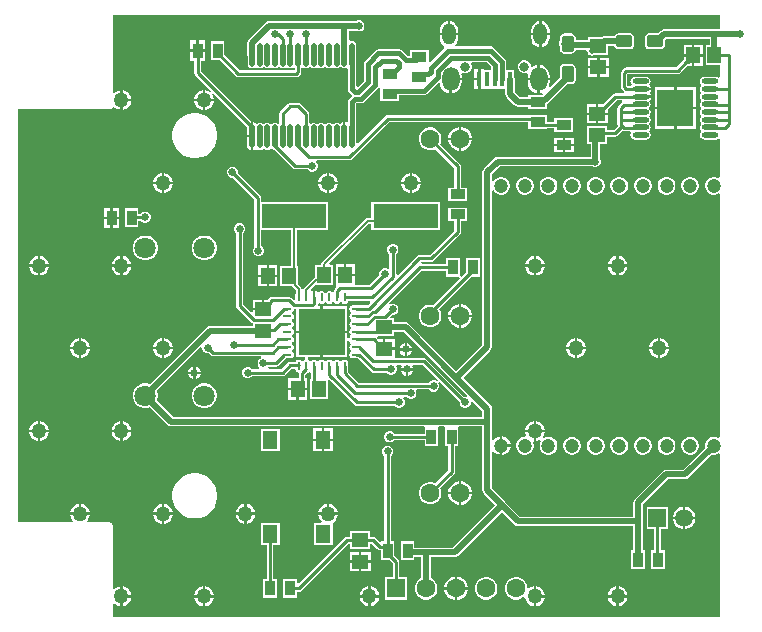
<source format=gbr>
%TF.GenerationSoftware,Altium Limited,Altium Designer,21.6.1 (37)*%
G04 Layer_Physical_Order=1*
G04 Layer_Color=255*
%FSLAX43Y43*%
%MOMM*%
%TF.SameCoordinates,722F286E-688C-4CC3-9CBB-BCC5CCC684D6*%
%TF.FilePolarity,Positive*%
%TF.FileFunction,Copper,L1,Top,Signal*%
%TF.Part,Single*%
G01*
G75*
%TA.AperFunction,SMDPad,CuDef*%
%ADD10R,0.850X1.300*%
%ADD11O,0.450X2.000*%
%ADD12R,1.200X1.400*%
%ADD13R,1.300X0.850*%
%ADD14O,1.400X0.450*%
%ADD15R,3.100X3.100*%
%ADD16R,0.450X1.300*%
%ADD17R,1.400X1.200*%
G04:AMPARAMS|DCode=18|XSize=1.4mm|YSize=1mm|CornerRadius=0.2mm|HoleSize=0mm|Usage=FLASHONLY|Rotation=90.000|XOffset=0mm|YOffset=0mm|HoleType=Round|Shape=RoundedRectangle|*
%AMROUNDEDRECTD18*
21,1,1.400,0.600,0,0,90.0*
21,1,1.000,1.000,0,0,90.0*
1,1,0.400,0.300,0.500*
1,1,0.400,0.300,-0.500*
1,1,0.400,-0.300,-0.500*
1,1,0.400,-0.300,0.500*
%
%ADD18ROUNDEDRECTD18*%
G04:AMPARAMS|DCode=19|XSize=1.4mm|YSize=1mm|CornerRadius=0.2mm|HoleSize=0mm|Usage=FLASHONLY|Rotation=0.000|XOffset=0mm|YOffset=0mm|HoleType=Round|Shape=RoundedRectangle|*
%AMROUNDEDRECTD19*
21,1,1.400,0.600,0,0,0.0*
21,1,1.000,1.000,0,0,0.0*
1,1,0.400,0.500,-0.300*
1,1,0.400,-0.500,-0.300*
1,1,0.400,-0.500,0.300*
1,1,0.400,0.500,0.300*
%
%ADD19ROUNDEDRECTD19*%
%ADD20R,3.930X3.930*%
%ADD21O,0.250X0.800*%
%ADD22O,0.800X0.250*%
%ADD23R,5.500X2.000*%
%ADD24R,1.300X1.550*%
%TA.AperFunction,Conductor*%
%ADD25C,0.254*%
%ADD26C,0.500*%
%ADD27C,0.200*%
%ADD28C,0.381*%
%TA.AperFunction,ComponentPad*%
%ADD29O,1.450X2.000*%
%ADD30O,1.150X1.800*%
%ADD31C,0.800*%
%ADD32C,1.200*%
%ADD33C,1.600*%
%ADD34R,1.600X1.600*%
%ADD35R,1.500X1.500*%
%ADD36C,1.500*%
%ADD37C,1.800*%
%TA.AperFunction,ViaPad*%
%ADD38C,0.650*%
%ADD39C,1.270*%
%ADD40C,0.750*%
G36*
X59690Y49999D02*
X54950D01*
X54794Y49968D01*
X54662Y49879D01*
X54662Y49879D01*
X54439Y49657D01*
X53659D01*
X53523Y49630D01*
X53407Y49552D01*
X53330Y49436D01*
X53302Y49300D01*
Y48700D01*
X53330Y48563D01*
X53407Y48448D01*
X53523Y48370D01*
X53659Y48343D01*
X54659D01*
X54796Y48370D01*
X54912Y48448D01*
X54989Y48563D01*
X55016Y48700D01*
Y49080D01*
X55119Y49183D01*
X58792D01*
Y48650D01*
X58450D01*
Y46950D01*
X59690D01*
Y45985D01*
X59540Y45914D01*
X59471Y45960D01*
X59325Y45989D01*
X58375D01*
X58229Y45960D01*
X58105Y45877D01*
X58022Y45753D01*
X57993Y45607D01*
X58022Y45461D01*
X58072Y45386D01*
X58093Y45282D01*
X58072Y45178D01*
X58022Y45103D01*
X57993Y44957D01*
X58022Y44811D01*
X58105Y44687D01*
Y44577D01*
X58022Y44453D01*
X57993Y44307D01*
X58022Y44161D01*
X58072Y44086D01*
X58093Y43982D01*
X58072Y43878D01*
X58022Y43803D01*
X57993Y43657D01*
X58022Y43511D01*
X58072Y43436D01*
X58093Y43332D01*
X58072Y43228D01*
X58022Y43153D01*
X57993Y43007D01*
X58022Y42861D01*
X58072Y42786D01*
X58093Y42682D01*
X58072Y42578D01*
X58022Y42503D01*
X57993Y42357D01*
X58022Y42211D01*
X58072Y42136D01*
X58093Y42032D01*
X58072Y41928D01*
X58022Y41853D01*
X57993Y41707D01*
X58022Y41561D01*
X58072Y41486D01*
X58093Y41382D01*
X58072Y41278D01*
X58022Y41203D01*
X57993Y41057D01*
X58022Y40911D01*
X58105Y40787D01*
X58229Y40704D01*
X58375Y40675D01*
X59325D01*
X59471Y40704D01*
X59540Y40750D01*
X59690Y40679D01*
Y37479D01*
X59540Y37396D01*
X59439Y37454D01*
X59249Y37505D01*
X59051D01*
X58861Y37454D01*
X58689Y37355D01*
X58550Y37216D01*
X58451Y37044D01*
X58400Y36854D01*
Y36656D01*
X58451Y36466D01*
X58550Y36294D01*
X58689Y36155D01*
X58861Y36056D01*
X59051Y36005D01*
X59249D01*
X59439Y36056D01*
X59540Y36114D01*
X59690Y36031D01*
Y15479D01*
X59540Y15396D01*
X59439Y15454D01*
X59249Y15505D01*
X59051D01*
X58861Y15454D01*
X58689Y15355D01*
X58550Y15216D01*
X58451Y15044D01*
X58400Y14854D01*
Y14656D01*
X58416Y14598D01*
X56545Y12727D01*
X55118D01*
X55118Y12727D01*
X54962Y12696D01*
X54830Y12607D01*
X52456Y10233D01*
X52367Y10101D01*
X52336Y9945D01*
X52336Y9945D01*
Y8757D01*
X42749D01*
X41500Y10006D01*
X41500Y10006D01*
X40373Y11133D01*
Y14201D01*
X40466Y14244D01*
X40523Y14251D01*
X40659Y14115D01*
X40841Y14010D01*
X41045Y13955D01*
X41050D01*
Y14755D01*
Y15555D01*
X41045D01*
X40841Y15500D01*
X40659Y15395D01*
X40523Y15259D01*
X40466Y15266D01*
X40373Y15309D01*
Y16800D01*
Y17882D01*
X40342Y18038D01*
X40253Y18170D01*
X40253Y18170D01*
X37927Y20497D01*
X40238Y22809D01*
X40238Y22809D01*
X40327Y22941D01*
X40358Y23097D01*
X40358Y23097D01*
Y36327D01*
X40508Y36367D01*
X40550Y36294D01*
X40689Y36155D01*
X40861Y36056D01*
X41051Y36005D01*
X41249D01*
X41439Y36056D01*
X41611Y36155D01*
X41750Y36294D01*
X41849Y36466D01*
X41900Y36656D01*
Y36854D01*
X41849Y37044D01*
X41750Y37216D01*
X41611Y37355D01*
X41439Y37454D01*
X41249Y37505D01*
X41051D01*
X40861Y37454D01*
X40689Y37355D01*
X40550Y37216D01*
X40508Y37143D01*
X40358Y37183D01*
Y37731D01*
X41019Y38392D01*
X48843D01*
X49006Y38325D01*
X49194D01*
X49369Y38397D01*
X49503Y38531D01*
X49575Y38706D01*
Y38894D01*
X49537Y38987D01*
Y40313D01*
X50134D01*
Y40931D01*
X50799D01*
X50799Y40931D01*
X50907Y40952D01*
X50999Y41014D01*
X51418Y41433D01*
X51446Y41414D01*
X51554Y41393D01*
X51554Y41393D01*
X52068D01*
X52148Y41243D01*
X52122Y41203D01*
X52093Y41057D01*
X52122Y40911D01*
X52205Y40787D01*
X52329Y40704D01*
X52475Y40675D01*
X53425D01*
X53571Y40704D01*
X53695Y40787D01*
X53778Y40911D01*
X53807Y41057D01*
X53778Y41203D01*
X53728Y41278D01*
X53707Y41382D01*
X53728Y41486D01*
X53778Y41561D01*
X53807Y41707D01*
X53778Y41853D01*
X53728Y41928D01*
X53707Y42032D01*
X53728Y42136D01*
X53778Y42211D01*
X53807Y42357D01*
X53778Y42503D01*
X53728Y42578D01*
X53707Y42682D01*
X53728Y42786D01*
X53778Y42861D01*
X53807Y43007D01*
X53778Y43153D01*
X53695Y43277D01*
Y43387D01*
X53778Y43511D01*
X53807Y43657D01*
X53778Y43803D01*
X53695Y43927D01*
X53770Y44058D01*
X53825Y44141D01*
X53838Y44207D01*
X52950D01*
Y44407D01*
X53838D01*
X53825Y44473D01*
X53731Y44614D01*
Y44651D01*
X53825Y44791D01*
X53838Y44857D01*
X52950D01*
Y45057D01*
X53838D01*
X53825Y45123D01*
X53770Y45206D01*
X53695Y45337D01*
X53778Y45461D01*
X53807Y45607D01*
X53778Y45753D01*
X53695Y45877D01*
X53571Y45960D01*
X53425Y45989D01*
X52475D01*
X52329Y45960D01*
X52205Y45877D01*
X52122Y45753D01*
X52093Y45607D01*
X52122Y45461D01*
X52205Y45337D01*
X52131Y45207D01*
X51873D01*
X51836Y45244D01*
Y46183D01*
X51871Y46218D01*
X56100D01*
X56100Y46218D01*
X56208Y46239D01*
X56300Y46300D01*
X56899Y46900D01*
X57300D01*
Y47700D01*
X56600D01*
Y47399D01*
X55983Y46782D01*
X51754D01*
X51754Y46782D01*
X51646Y46761D01*
X51554Y46700D01*
X51554Y46700D01*
X51354Y46500D01*
X51293Y46408D01*
X51271Y46300D01*
X51271Y46300D01*
Y45127D01*
X51271Y45127D01*
X51293Y45019D01*
X51354Y44927D01*
X51542Y44740D01*
X51534Y44680D01*
X51489Y44590D01*
X50828D01*
X50828Y44590D01*
X50720Y44568D01*
X50628Y44507D01*
X50628Y44507D01*
X49785Y43663D01*
X49384D01*
Y42963D01*
X50184D01*
Y43264D01*
X50945Y44025D01*
X51318D01*
X51341Y43996D01*
X51354Y43825D01*
X51354Y43825D01*
X51061Y43532D01*
X51000Y43440D01*
X50979Y43332D01*
X50979Y43332D01*
Y42863D01*
X50979Y42863D01*
X50979Y42863D01*
Y41968D01*
X50979Y41968D01*
X51000Y41860D01*
X51019Y41832D01*
X50682Y41496D01*
X50134D01*
Y41813D01*
X48434D01*
Y40313D01*
X48721D01*
Y39208D01*
X40850D01*
X40850Y39208D01*
X40694Y39177D01*
X40562Y39088D01*
X40562Y39088D01*
X39662Y38188D01*
X39573Y38056D01*
X39542Y37900D01*
X39542Y37900D01*
Y23266D01*
X37350Y21074D01*
X33359Y25064D01*
X33227Y25153D01*
X33071Y25184D01*
X33071Y25184D01*
X32092D01*
Y25526D01*
X31807D01*
X31750Y25665D01*
X31899Y25814D01*
X32069D01*
X32244Y25886D01*
X32378Y26020D01*
X32450Y26195D01*
Y26383D01*
X32378Y26558D01*
X32244Y26692D01*
X32069Y26764D01*
X31881D01*
X31758Y26713D01*
X31673Y26840D01*
X34395Y29563D01*
X36509D01*
Y29045D01*
X37525D01*
X37597Y29045D01*
X37660Y28895D01*
X35419Y26655D01*
X35265Y26696D01*
X35015D01*
X34773Y26631D01*
X34557Y26506D01*
X34380Y26330D01*
X34255Y26113D01*
X34190Y25871D01*
Y25621D01*
X34255Y25380D01*
X34380Y25163D01*
X34557Y24986D01*
X34773Y24861D01*
X35015Y24796D01*
X35265D01*
X35507Y24861D01*
X35723Y24986D01*
X35900Y25163D01*
X36025Y25380D01*
X36090Y25621D01*
Y25871D01*
X36025Y26113D01*
X35900Y26330D01*
X35897Y26333D01*
X38608Y29045D01*
X39359D01*
Y30645D01*
X38209D01*
Y29444D01*
X37809Y29044D01*
X37659Y29107D01*
X37659Y29170D01*
Y30645D01*
X36509D01*
Y30127D01*
X34466D01*
X34386Y30277D01*
X34419Y30325D01*
X35226D01*
X35226Y30325D01*
X35334Y30346D01*
X35425Y30407D01*
X37665Y32647D01*
X37665Y32647D01*
X37726Y32738D01*
X37747Y32846D01*
X37747Y32846D01*
Y33754D01*
X38265D01*
Y34904D01*
X36665D01*
Y33754D01*
X37183D01*
Y32963D01*
X35109Y30889D01*
X34207D01*
X34099Y30868D01*
X34007Y30807D01*
X34007Y30807D01*
X32407Y29207D01*
X32257Y29269D01*
Y30969D01*
X32378Y31089D01*
X32450Y31264D01*
Y31452D01*
X32378Y31627D01*
X32244Y31761D01*
X32069Y31833D01*
X31881D01*
X31706Y31761D01*
X31572Y31627D01*
X31500Y31452D01*
Y31264D01*
X31572Y31089D01*
X31693Y30969D01*
Y29775D01*
X31543Y29714D01*
X31394Y29775D01*
X31206D01*
X31031Y29703D01*
X30897Y29569D01*
X30825Y29394D01*
Y29224D01*
X29983Y28382D01*
X28752D01*
Y29110D01*
X27952D01*
X27152D01*
Y28310D01*
X27152Y28310D01*
X27152D01*
X27171Y28160D01*
X27053Y28041D01*
X26992Y27950D01*
X26970Y27842D01*
X26970Y27842D01*
Y27792D01*
X26820Y27747D01*
X26801Y27775D01*
X26710Y27836D01*
X26602Y27858D01*
X26495Y27836D01*
X26404Y27775D01*
X26360Y27709D01*
X26278Y27695D01*
X26277D01*
X26195Y27709D01*
X26151Y27775D01*
X26060Y27836D01*
X25952Y27858D01*
X25845Y27836D01*
X25754Y27775D01*
X25741Y27756D01*
X25738Y27754D01*
X25568Y27765D01*
X25537Y27812D01*
X25429Y27883D01*
X25402Y27889D01*
Y27302D01*
X25202D01*
Y27889D01*
X25176Y27883D01*
X25124Y27849D01*
X25029Y27966D01*
X25423Y28360D01*
X26902D01*
Y30060D01*
X26653D01*
X26595Y30199D01*
X29942Y33545D01*
X30171D01*
Y33050D01*
X35971D01*
Y35350D01*
X30171D01*
Y34055D01*
X29836D01*
X29739Y34035D01*
X29656Y33980D01*
X25972Y30296D01*
X25917Y30214D01*
X25898Y30116D01*
Y30060D01*
X25402D01*
Y29056D01*
X25389Y29047D01*
X24678Y28336D01*
X24678Y28336D01*
X24472Y28130D01*
X24417Y28047D01*
X24408Y28002D01*
X24258Y28016D01*
Y28030D01*
X24238Y28127D01*
X24183Y28210D01*
X23955Y28438D01*
Y29387D01*
X23950Y29412D01*
Y29985D01*
X23826D01*
Y33050D01*
X26471D01*
Y35350D01*
X20826D01*
Y35756D01*
X20826Y35756D01*
X20805Y35864D01*
X20744Y35956D01*
X20744Y35956D01*
X18875Y37824D01*
Y37994D01*
X18803Y38169D01*
X18669Y38303D01*
X18494Y38375D01*
X18306D01*
X18131Y38303D01*
X17997Y38169D01*
X17925Y37994D01*
Y37806D01*
X17997Y37631D01*
X18131Y37497D01*
X18306Y37425D01*
X18476D01*
X20262Y35639D01*
Y31600D01*
X20195Y31533D01*
X20122Y31358D01*
Y31169D01*
X20195Y30994D01*
X20328Y30861D01*
X20503Y30789D01*
X20692D01*
X20866Y30861D01*
X21000Y30994D01*
X21072Y31169D01*
Y31358D01*
X21000Y31533D01*
X20866Y31666D01*
X20826Y31683D01*
Y33050D01*
X23316D01*
Y29985D01*
X22450D01*
Y28285D01*
X23455D01*
X23465Y28235D01*
X23520Y28153D01*
X23748Y27924D01*
Y27692D01*
X23743Y27685D01*
X23722Y27577D01*
Y27138D01*
X23572Y27076D01*
X23379Y27269D01*
X23288Y27330D01*
X23179Y27351D01*
X23179Y27351D01*
X21722D01*
X21614Y27330D01*
X21522Y27269D01*
X21522Y27268D01*
X21373Y27120D01*
X21360Y27100D01*
X21100D01*
Y26300D01*
X21000D01*
Y26200D01*
X20100D01*
Y26104D01*
X19961Y26046D01*
X19282Y26725D01*
Y32711D01*
X19403Y32831D01*
X19475Y33006D01*
Y33194D01*
X19403Y33369D01*
X19269Y33503D01*
X19094Y33575D01*
X18906D01*
X18731Y33503D01*
X18597Y33369D01*
X18525Y33194D01*
Y33006D01*
X18597Y32831D01*
X18718Y32711D01*
Y26608D01*
X18718Y26608D01*
X18739Y26500D01*
X18800Y26409D01*
X19986Y25223D01*
X19986Y25223D01*
X20077Y25162D01*
X20150Y25148D01*
Y24908D01*
X16514D01*
X16514Y24908D01*
X16358Y24877D01*
X16225Y24788D01*
X16225Y24788D01*
X11412Y19975D01*
X11148Y20046D01*
X10872D01*
X10605Y19975D01*
X10365Y19836D01*
X10170Y19641D01*
X10032Y19402D01*
X9960Y19134D01*
Y18858D01*
X10032Y18591D01*
X10170Y18352D01*
X10365Y18156D01*
X10605Y18018D01*
X10872Y17946D01*
X11148D01*
X11412Y18017D01*
X12918Y16512D01*
X12918Y16512D01*
X13050Y16423D01*
X13206Y16392D01*
X34563D01*
X34675Y16300D01*
X34675Y16242D01*
Y15782D01*
X32096D01*
X31976Y15903D01*
X31801Y15975D01*
X31613D01*
X31438Y15903D01*
X31304Y15769D01*
X31232Y15594D01*
Y15406D01*
X31304Y15231D01*
X31438Y15097D01*
X31613Y15025D01*
X31801D01*
X31976Y15097D01*
X32096Y15218D01*
X34675D01*
Y14700D01*
X35825D01*
Y16242D01*
X35825Y16300D01*
X35937Y16392D01*
X36263D01*
X36375Y16300D01*
X36375Y16242D01*
Y14700D01*
X36668D01*
Y12673D01*
X35582Y11588D01*
X35507Y11631D01*
X35265Y11696D01*
X35015D01*
X34773Y11631D01*
X34557Y11506D01*
X34380Y11330D01*
X34255Y11113D01*
X34190Y10871D01*
Y10621D01*
X34255Y10380D01*
X34380Y10163D01*
X34557Y9986D01*
X34773Y9861D01*
X35015Y9796D01*
X35265D01*
X35507Y9861D01*
X35723Y9986D01*
X35900Y10163D01*
X36025Y10380D01*
X36090Y10621D01*
Y10871D01*
X36025Y11113D01*
X35982Y11188D01*
X37150Y12357D01*
X37211Y12448D01*
X37232Y12556D01*
Y14700D01*
X37525D01*
Y16242D01*
X37525Y16300D01*
X37637Y16392D01*
X39557D01*
Y10964D01*
X39557Y10964D01*
X39588Y10808D01*
X39677Y10676D01*
X40635Y9717D01*
X37041Y6123D01*
X33810D01*
Y6642D01*
X32660D01*
Y5042D01*
X33810D01*
Y5307D01*
X34390D01*
Y3529D01*
X34215Y3427D01*
X34038Y3250D01*
X33913Y3034D01*
X33848Y2792D01*
Y2542D01*
X33913Y2300D01*
X34038Y2084D01*
X34215Y1907D01*
X34431Y1782D01*
X34673Y1717D01*
X34923D01*
X35165Y1782D01*
X35381Y1907D01*
X35558Y2084D01*
X35683Y2300D01*
X35748Y2542D01*
Y2792D01*
X35683Y3034D01*
X35558Y3250D01*
X35381Y3427D01*
X35206Y3529D01*
Y5307D01*
X37210D01*
X37210Y5307D01*
X37366Y5338D01*
X37498Y5427D01*
X41212Y9140D01*
X42292Y8061D01*
X42292Y8061D01*
X42424Y7972D01*
X42580Y7941D01*
X52336D01*
Y5880D01*
X52169D01*
Y4280D01*
X53319D01*
Y5880D01*
X53152D01*
Y8349D01*
Y9776D01*
X55287Y11911D01*
X56714D01*
X56714Y11911D01*
X56870Y11942D01*
X57002Y12031D01*
X58993Y14021D01*
X59051Y14005D01*
X59249D01*
X59439Y14056D01*
X59540Y14114D01*
X59690Y14031D01*
Y255D01*
X8255D01*
Y1352D01*
X8405Y1414D01*
X8487Y1332D01*
X8678Y1222D01*
X8890Y1165D01*
X8900D01*
Y2000D01*
Y2835D01*
X8890D01*
X8678Y2778D01*
X8487Y2668D01*
X8405Y2586D01*
X8255Y2648D01*
Y8000D01*
X8235Y8098D01*
X8180Y8180D01*
X8098Y8235D01*
X8000Y8255D01*
X6148D01*
X6086Y8405D01*
X6168Y8487D01*
X6278Y8678D01*
X6335Y8890D01*
Y8900D01*
X4665D01*
Y8890D01*
X4722Y8678D01*
X4832Y8487D01*
X4914Y8405D01*
X4852Y8255D01*
X255D01*
Y43245D01*
X8000D01*
X8098Y43265D01*
X8180Y43320D01*
X8224Y43385D01*
X8283Y43410D01*
X8393Y43426D01*
X8487Y43332D01*
X8678Y43222D01*
X8890Y43165D01*
X8900D01*
Y44000D01*
Y44835D01*
X8890D01*
X8678Y44778D01*
X8487Y44668D01*
X8405Y44586D01*
X8255Y44648D01*
Y51245D01*
X59690D01*
Y49999D01*
D02*
G37*
G36*
X30071Y26870D02*
X29835Y26635D01*
X28852D01*
X28842Y26633D01*
X28577D01*
X28470Y26611D01*
X28379Y26550D01*
X28318Y26460D01*
X28297Y26352D01*
X28318Y26245D01*
X28379Y26154D01*
X28446Y26109D01*
X28459Y26027D01*
Y26027D01*
X28446Y25945D01*
X28379Y25900D01*
X28318Y25810D01*
X28297Y25702D01*
X28318Y25595D01*
X28379Y25504D01*
X28446Y25459D01*
X28459Y25377D01*
Y25377D01*
X28446Y25295D01*
X28379Y25250D01*
X28318Y25160D01*
X28297Y25052D01*
X28318Y24945D01*
X28379Y24854D01*
X28446Y24809D01*
X28459Y24727D01*
Y24727D01*
X28446Y24645D01*
X28379Y24600D01*
X28318Y24510D01*
X28297Y24402D01*
X28318Y24295D01*
X28379Y24204D01*
X28399Y24191D01*
X28400Y24187D01*
X28390Y24018D01*
X28343Y23987D01*
X28271Y23879D01*
X28267Y23860D01*
X28117Y23874D01*
Y24302D01*
X26052D01*
Y22237D01*
X28117D01*
Y23630D01*
X28267Y23645D01*
X28271Y23625D01*
X28343Y23518D01*
X28390Y23487D01*
X28400Y23317D01*
X28399Y23314D01*
X28379Y23300D01*
X28318Y23210D01*
X28297Y23102D01*
X28318Y22995D01*
X28379Y22904D01*
X28446Y22859D01*
X28459Y22777D01*
Y22777D01*
X28446Y22695D01*
X28379Y22650D01*
X28318Y22560D01*
X28297Y22452D01*
X28318Y22345D01*
X28379Y22254D01*
X28470Y22193D01*
X28577Y22172D01*
X28842D01*
X28852Y22170D01*
X29007D01*
X30167Y21009D01*
X30167Y21009D01*
X30259Y20948D01*
X30367Y20927D01*
X30367Y20927D01*
X31464D01*
X31564Y20827D01*
X31739Y20754D01*
X31927D01*
X32102Y20827D01*
X32236Y20960D01*
X32308Y21135D01*
Y21324D01*
X32246Y21474D01*
X32306Y21624D01*
X32647D01*
X32712Y21474D01*
X32645Y21313D01*
Y21309D01*
X33695D01*
Y21313D01*
X33629Y21474D01*
X33694Y21624D01*
X34492D01*
X35785Y20330D01*
X35702Y20215D01*
X35527Y20287D01*
X35339D01*
X35164Y20215D01*
X35044Y20094D01*
X29073D01*
X28185Y20983D01*
Y21502D01*
X28183Y21512D01*
Y21777D01*
X28162Y21885D01*
X28101Y21975D01*
X28010Y22036D01*
X27902Y22058D01*
X27795Y22036D01*
X27704Y21975D01*
X27660Y21909D01*
X27578Y21895D01*
X27577D01*
X27495Y21909D01*
X27451Y21975D01*
X27360Y22036D01*
X27252Y22058D01*
X27145Y22036D01*
X27054Y21975D01*
X27010Y21909D01*
X26928Y21895D01*
X26927D01*
X26845Y21909D01*
X26801Y21975D01*
X26710Y22036D01*
X26602Y22058D01*
X26495Y22036D01*
X26404Y21975D01*
X26360Y21909D01*
X26278Y21895D01*
X26277D01*
X26195Y21909D01*
X26151Y21975D01*
X26060Y22036D01*
X25952Y22058D01*
X25845Y22036D01*
X25754Y21975D01*
X25710Y21909D01*
X25628Y21895D01*
X25627D01*
X25545Y21909D01*
X25501Y21975D01*
X25410Y22036D01*
X25302Y22058D01*
X25195Y22036D01*
X25104Y21975D01*
X25091Y21956D01*
X25088Y21954D01*
X24918Y21965D01*
X24887Y22012D01*
X24779Y22083D01*
X24760Y22087D01*
X24775Y22237D01*
X25852D01*
Y24302D01*
X23787D01*
Y22237D01*
X24530D01*
X24545Y22087D01*
X24526Y22083D01*
X24418Y22012D01*
X24387Y21965D01*
X24217Y21954D01*
X24214Y21956D01*
X24201Y21975D01*
X24110Y22036D01*
X24002Y22058D01*
X23895Y22036D01*
X23804Y21975D01*
X23743Y21885D01*
X23732Y21829D01*
X23243D01*
X23135Y21807D01*
X23044Y21746D01*
X23044Y21746D01*
X22524Y21226D01*
X21457D01*
X21384Y21376D01*
X21440Y21448D01*
X22060D01*
X22060Y21448D01*
X22168Y21470D01*
X22260Y21531D01*
X22901Y22172D01*
X23327D01*
X23435Y22193D01*
X23526Y22254D01*
X23587Y22345D01*
X23608Y22452D01*
X23587Y22560D01*
X23526Y22650D01*
X23459Y22695D01*
X23446Y22777D01*
Y22777D01*
X23459Y22859D01*
X23526Y22904D01*
X23587Y22995D01*
X23608Y23102D01*
X23587Y23210D01*
X23526Y23300D01*
X23459Y23345D01*
X23446Y23427D01*
Y23427D01*
X23459Y23509D01*
X23526Y23554D01*
X23587Y23645D01*
X23608Y23752D01*
X23587Y23860D01*
X23526Y23950D01*
X23459Y23995D01*
X23446Y24077D01*
Y24077D01*
X23459Y24159D01*
X23526Y24204D01*
X23587Y24295D01*
X23608Y24402D01*
X23587Y24510D01*
X23526Y24600D01*
X23459Y24645D01*
X23446Y24727D01*
Y24727D01*
X23459Y24809D01*
X23526Y24854D01*
X23587Y24945D01*
X23608Y25052D01*
X23587Y25160D01*
X23526Y25250D01*
X23459Y25295D01*
X23446Y25377D01*
Y25377D01*
X23459Y25459D01*
X23526Y25504D01*
X23587Y25595D01*
X23608Y25702D01*
X23587Y25810D01*
X23526Y25900D01*
X23459Y25945D01*
X23446Y26027D01*
Y26027D01*
X23459Y26109D01*
X23526Y26154D01*
X23587Y26245D01*
X23603Y26330D01*
X23623Y26343D01*
X23623Y26343D01*
X23787D01*
Y24502D01*
X25852D01*
Y26567D01*
X25695D01*
X25606Y26688D01*
X25626Y26751D01*
X25661Y26772D01*
X25792Y26803D01*
X25845Y26768D01*
X25952Y26747D01*
X26060Y26768D01*
X26151Y26829D01*
X26195Y26896D01*
X26277Y26909D01*
X26278D01*
X26360Y26896D01*
X26404Y26829D01*
X26495Y26768D01*
X26602Y26747D01*
X26710Y26768D01*
X26801Y26829D01*
X26845Y26896D01*
X26927Y26909D01*
X26928D01*
X27010Y26896D01*
X27054Y26829D01*
X27145Y26768D01*
X27252Y26747D01*
X27360Y26768D01*
X27451Y26829D01*
X27495Y26896D01*
X27577Y26909D01*
X27578D01*
X27660Y26896D01*
X27704Y26829D01*
X27795Y26768D01*
X27902Y26747D01*
X28010Y26768D01*
X28101Y26829D01*
X28162Y26920D01*
X28181Y27020D01*
X30009D01*
X30071Y26870D01*
D02*
G37*
G36*
X15825Y23022D02*
Y22968D01*
X15897Y22793D01*
X16031Y22660D01*
X16206Y22587D01*
X16376D01*
X16562Y22400D01*
X16562Y22400D01*
X16654Y22339D01*
X16762Y22318D01*
X16762Y22318D01*
X20783D01*
X20813Y22168D01*
X20731Y22134D01*
X20597Y22000D01*
X20525Y21825D01*
Y21636D01*
X20597Y21462D01*
X20683Y21376D01*
X20621Y21226D01*
X20072D01*
X19952Y21346D01*
X19778Y21418D01*
X19589D01*
X19414Y21346D01*
X19280Y21213D01*
X19208Y21038D01*
Y20849D01*
X19280Y20674D01*
X19414Y20541D01*
X19589Y20468D01*
X19778D01*
X19952Y20541D01*
X20072Y20661D01*
X22641D01*
X22641Y20661D01*
X22749Y20683D01*
X22840Y20744D01*
X23360Y21264D01*
X23722D01*
Y21227D01*
X23743Y21120D01*
X23804Y21029D01*
X23895Y20968D01*
X24004Y20867D01*
X24005Y20805D01*
Y20458D01*
X23111D01*
Y19658D01*
X23911D01*
X24711D01*
Y20458D01*
X24569D01*
Y20749D01*
X24732Y20912D01*
X24779Y20921D01*
X24870Y20982D01*
X24944Y20963D01*
X25020Y20922D01*
Y20408D01*
X24961D01*
Y18708D01*
X26461D01*
Y20298D01*
X26611Y20360D01*
X28756Y18215D01*
X28756Y18215D01*
X28848Y18154D01*
X28956Y18133D01*
X32123D01*
X32243Y18012D01*
X32418Y17940D01*
X32606D01*
X32781Y18012D01*
X32915Y18146D01*
X32987Y18321D01*
Y18509D01*
X32915Y18684D01*
X32854Y18745D01*
X32916Y18895D01*
X33111D01*
X33231Y18774D01*
X33406Y18702D01*
X33595D01*
X33769Y18774D01*
X33903Y18908D01*
X33975Y19083D01*
Y19271D01*
X33930Y19380D01*
X34015Y19530D01*
X35044D01*
X35164Y19409D01*
X35339Y19337D01*
X35527D01*
X35702Y19409D01*
X35836Y19543D01*
X35908Y19718D01*
Y19906D01*
X35836Y20081D01*
X35951Y20164D01*
X37625Y18491D01*
Y18321D01*
X37697Y18146D01*
X37831Y18012D01*
X38006Y17940D01*
X38194D01*
X38369Y18012D01*
X38503Y18146D01*
X38575Y18321D01*
Y18483D01*
X38648Y18534D01*
X38714Y18557D01*
X39557Y17713D01*
Y17208D01*
X13375D01*
X11989Y18594D01*
X12060Y18858D01*
Y19134D01*
X11989Y19399D01*
X15675Y23084D01*
X15825Y23022D01*
D02*
G37*
G36*
X37062Y20209D02*
X38242Y19029D01*
X38219Y18963D01*
X38168Y18890D01*
X38024D01*
X34808Y22106D01*
X34717Y22167D01*
X34609Y22189D01*
X34609Y22189D01*
X32142D01*
Y22876D01*
X31242D01*
Y22976D01*
X31142D01*
Y23776D01*
X30741D01*
X30641Y23876D01*
X30704Y24026D01*
X32092D01*
Y24368D01*
X32902D01*
X37062Y20209D01*
D02*
G37*
%LPC*%
G36*
X29194Y50775D02*
X29006D01*
X28843Y50708D01*
X27951D01*
X27871Y50724D01*
X27871Y50724D01*
X21519D01*
X21363Y50693D01*
X21231Y50604D01*
X21231Y50604D01*
X19774Y49147D01*
X19685Y49015D01*
X19654Y48859D01*
X19654Y48859D01*
Y47850D01*
X19680Y47722D01*
Y47075D01*
X19709Y46929D01*
X19792Y46805D01*
X19916Y46722D01*
X20062Y46693D01*
X20208Y46722D01*
X20283Y46772D01*
X20387Y46793D01*
X20491Y46772D01*
X20566Y46722D01*
X20712Y46693D01*
X20858Y46722D01*
X20982Y46805D01*
X21092D01*
X21216Y46722D01*
X21362Y46693D01*
X21508Y46722D01*
X21583Y46772D01*
X21687Y46793D01*
X21791Y46772D01*
X21866Y46722D01*
X22012Y46693D01*
X22158Y46722D01*
X22282Y46805D01*
X22392D01*
X22516Y46722D01*
X22662Y46693D01*
X22808Y46722D01*
X22883Y46772D01*
X22987Y46793D01*
X23091Y46772D01*
X23166Y46722D01*
X23312Y46693D01*
X23458Y46722D01*
X23530Y46769D01*
X23680Y46701D01*
Y46532D01*
X19004D01*
X17725Y47812D01*
Y49013D01*
X16575D01*
Y47412D01*
X17326D01*
X18688Y46050D01*
X18779Y45989D01*
X18887Y45968D01*
X18888Y45968D01*
X23813D01*
X23813Y45968D01*
X23921Y45989D01*
X24013Y46050D01*
X24162Y46199D01*
X24162Y46199D01*
X24223Y46291D01*
X24244Y46399D01*
Y46701D01*
X24394Y46769D01*
X24466Y46722D01*
X24612Y46693D01*
X24758Y46722D01*
X24882Y46805D01*
X24992D01*
X25116Y46722D01*
X25262Y46693D01*
X25408Y46722D01*
X25483Y46772D01*
X25587Y46793D01*
X25691Y46772D01*
X25766Y46722D01*
X25912Y46693D01*
X26058Y46722D01*
X26182Y46805D01*
X26292D01*
X26416Y46722D01*
X26562Y46693D01*
X26708Y46722D01*
X26783Y46772D01*
X26887Y46793D01*
X26991Y46772D01*
X27066Y46722D01*
X27212Y46693D01*
X27358Y46722D01*
X27482Y46805D01*
X27592D01*
X27716Y46722D01*
X27862Y46693D01*
X28008Y46722D01*
X28015Y46726D01*
X28165Y46646D01*
Y44939D01*
X28191Y44806D01*
X28267Y44693D01*
X28466Y44494D01*
X28479Y44400D01*
X28466Y44306D01*
X28267Y44107D01*
X28191Y43994D01*
X28165Y43861D01*
Y42193D01*
X28052Y42133D01*
X28015Y42128D01*
X27962Y42138D01*
Y40950D01*
X27762D01*
Y42138D01*
X27696Y42125D01*
X27613Y42070D01*
X27482Y41995D01*
X27358Y42078D01*
X27212Y42107D01*
X27066Y42078D01*
X26991Y42028D01*
X26887Y42007D01*
X26783Y42028D01*
X26708Y42078D01*
X26562Y42107D01*
X26416Y42078D01*
X26292Y41995D01*
X26182D01*
X26058Y42078D01*
X25912Y42107D01*
X25766Y42078D01*
X25691Y42028D01*
X25587Y42007D01*
X25483Y42028D01*
X25408Y42078D01*
X25262Y42107D01*
X25116Y42078D01*
X25044Y42031D01*
X24894Y42099D01*
Y42863D01*
X24894Y42863D01*
X24873Y42971D01*
X24812Y43063D01*
X24812Y43063D01*
X24175Y43700D01*
X24084Y43761D01*
X23975Y43782D01*
X23975Y43782D01*
X23300D01*
X23300Y43782D01*
X23192Y43761D01*
X23100Y43700D01*
X23100Y43700D01*
X22462Y43062D01*
X22401Y42970D01*
X22380Y42862D01*
X22380Y42862D01*
Y42099D01*
X22230Y42031D01*
X22158Y42078D01*
X22012Y42107D01*
X21866Y42078D01*
X21791Y42028D01*
X21687Y42007D01*
X21583Y42028D01*
X21508Y42078D01*
X21362Y42107D01*
X21216Y42078D01*
X21092Y41995D01*
X20982D01*
X20858Y42078D01*
X20712Y42107D01*
X20566Y42078D01*
X20442Y41995D01*
X20311Y42070D01*
X20228Y42125D01*
X20162Y42138D01*
Y40950D01*
Y39762D01*
X20228Y39775D01*
X20311Y39830D01*
X20442Y39905D01*
X20566Y39822D01*
X20712Y39793D01*
X20858Y39822D01*
X20982Y39905D01*
X21092D01*
X21216Y39822D01*
X21362Y39793D01*
X21508Y39822D01*
X21583Y39872D01*
X21687Y39893D01*
X21791Y39872D01*
X21866Y39822D01*
X21924Y39810D01*
X21946Y39788D01*
X21960Y39767D01*
X23506Y38222D01*
X23598Y38160D01*
X23706Y38139D01*
X23706Y38139D01*
X24764D01*
X24885Y38019D01*
X25059Y37946D01*
X25248D01*
X25423Y38019D01*
X25556Y38152D01*
X25629Y38327D01*
Y38516D01*
X25556Y38690D01*
X25479Y38768D01*
X25541Y38918D01*
X28300D01*
X28300Y38918D01*
X28408Y38939D01*
X28500Y39000D01*
X31672Y42173D01*
X43444D01*
Y41582D01*
X45044D01*
Y41631D01*
X45650D01*
Y41338D01*
X47250D01*
Y42488D01*
X45650D01*
Y42196D01*
X45044D01*
Y42732D01*
X43973D01*
X43946Y42738D01*
X43946Y42738D01*
X31555D01*
X31447Y42716D01*
X31355Y42655D01*
X31355Y42655D01*
X29033Y40332D01*
X28894Y40390D01*
Y41725D01*
X28865Y41871D01*
X28859Y41880D01*
Y43718D01*
X28879Y43737D01*
X29312D01*
X29445Y43764D01*
X29558Y43839D01*
X30724Y45005D01*
X30733Y45019D01*
X30872Y45007D01*
X30900Y44999D01*
X30900Y44997D01*
Y43975D01*
X32500D01*
Y44437D01*
X34598D01*
X34731Y44464D01*
X34844Y44539D01*
X35794Y45490D01*
X35953Y45436D01*
X35974Y45275D01*
X36067Y45050D01*
X36215Y44856D01*
X36409Y44708D01*
X36634Y44615D01*
X36775Y44596D01*
Y45791D01*
X36875D01*
Y45891D01*
X37808D01*
Y46066D01*
X37789Y46212D01*
X37926Y46318D01*
X37991Y46291D01*
X38209D01*
X38412Y46375D01*
X38566Y46529D01*
X38650Y46732D01*
Y46950D01*
X38595Y47084D01*
X38680Y47234D01*
X39890D01*
X40262Y46862D01*
Y46591D01*
X39725D01*
Y46641D01*
X39400D01*
Y45791D01*
Y44941D01*
X39725D01*
Y44991D01*
X41492D01*
Y44500D01*
X41492Y44500D01*
X41523Y44344D01*
X41612Y44212D01*
X42255Y43569D01*
X42255Y43569D01*
X42387Y43480D01*
X42543Y43449D01*
X42543Y43449D01*
X43444D01*
Y43282D01*
X45044D01*
Y43692D01*
X45120Y43744D01*
X46720Y45343D01*
X47100D01*
X47237Y45370D01*
X47352Y45448D01*
X47430Y45563D01*
X47457Y45700D01*
Y46700D01*
X47430Y46837D01*
X47352Y46952D01*
X47237Y47030D01*
X47100Y47057D01*
X46500D01*
X46363Y47030D01*
X46248Y46952D01*
X46170Y46837D01*
X46143Y46700D01*
Y45920D01*
X45311Y45088D01*
X45184Y45173D01*
X45226Y45275D01*
X45258Y45516D01*
Y45691D01*
X44425D01*
Y44596D01*
X44566Y44615D01*
X44591Y44625D01*
X44685Y44502D01*
X44638Y44440D01*
X44419D01*
X44379Y44432D01*
X43444D01*
Y44265D01*
X42712D01*
X42308Y44669D01*
Y45791D01*
X42277Y45947D01*
X42275Y45950D01*
Y46591D01*
X41588D01*
Y47267D01*
X41561Y47400D01*
X41486Y47513D01*
X40541Y48458D01*
X40428Y48533D01*
X40295Y48560D01*
X37324D01*
X37273Y48710D01*
X37278Y48713D01*
X37402Y48875D01*
X37480Y49064D01*
X37507Y49266D01*
Y49491D01*
X36725D01*
X35943D01*
Y49266D01*
X35970Y49064D01*
X36048Y48875D01*
X36172Y48713D01*
X36320Y48600D01*
X36336Y48561D01*
X36342Y48423D01*
X35146Y47227D01*
X35007Y47284D01*
Y48225D01*
X33407D01*
Y47763D01*
X33214D01*
X32760Y48217D01*
X32647Y48292D01*
X32515Y48318D01*
X30757D01*
X30624Y48292D01*
X30512Y48217D01*
X29602Y47307D01*
X29527Y47194D01*
X29500Y47062D01*
Y45656D01*
X29009Y45165D01*
X28859Y45227D01*
Y46920D01*
X28865Y46929D01*
X28894Y47075D01*
Y48625D01*
X28865Y48771D01*
X28782Y48895D01*
X28658Y48978D01*
X28512Y49007D01*
X28420Y48989D01*
X28270Y49081D01*
Y49892D01*
X28843D01*
X29006Y49825D01*
X29194D01*
X29369Y49897D01*
X29503Y50031D01*
X29575Y50206D01*
Y50394D01*
X29503Y50569D01*
X29369Y50703D01*
X29194Y50775D01*
D02*
G37*
G36*
X44575Y50685D02*
Y49691D01*
X45257D01*
Y49916D01*
X45230Y50118D01*
X45152Y50307D01*
X45028Y50469D01*
X44866Y50593D01*
X44677Y50671D01*
X44575Y50685D01*
D02*
G37*
G36*
X36825Y50685D02*
Y49691D01*
X37507D01*
Y49916D01*
X37480Y50118D01*
X37402Y50307D01*
X37278Y50469D01*
X37116Y50593D01*
X36927Y50671D01*
X36825Y50685D01*
D02*
G37*
G36*
X36625Y50685D02*
X36523Y50671D01*
X36334Y50593D01*
X36172Y50469D01*
X36048Y50307D01*
X35970Y50118D01*
X35943Y49916D01*
Y49691D01*
X36625D01*
Y50685D01*
D02*
G37*
G36*
X44375Y50685D02*
X44273Y50671D01*
X44084Y50593D01*
X43922Y50469D01*
X43798Y50307D01*
X43720Y50118D01*
X43693Y49916D01*
Y49691D01*
X44375D01*
Y50685D01*
D02*
G37*
G36*
X45257Y49491D02*
X44575D01*
Y48497D01*
X44677Y48511D01*
X44866Y48589D01*
X45028Y48713D01*
X45152Y48875D01*
X45230Y49064D01*
X45257Y49266D01*
Y49491D01*
D02*
G37*
G36*
X44375D02*
X43693D01*
Y49266D01*
X43720Y49064D01*
X43798Y48875D01*
X43922Y48713D01*
X44084Y48589D01*
X44273Y48511D01*
X44375Y48497D01*
Y49491D01*
D02*
G37*
G36*
X47100Y49657D02*
X46500D01*
X46363Y49630D01*
X46248Y49552D01*
X46170Y49437D01*
X46143Y49300D01*
Y49061D01*
X46073Y48956D01*
X46042Y48800D01*
X46073Y48644D01*
X46143Y48539D01*
Y48300D01*
X46170Y48163D01*
X46248Y48048D01*
X46363Y47970D01*
X46500Y47943D01*
X47100D01*
X47237Y47970D01*
X47352Y48048D01*
X47430Y48163D01*
X47455Y48292D01*
X48368D01*
X48451Y48191D01*
X48482Y48035D01*
X48534Y47957D01*
Y47850D01*
X48649D01*
X48703Y47814D01*
X48859Y47783D01*
X49015Y47814D01*
X49068Y47850D01*
X50234D01*
Y48592D01*
X50724D01*
X50730Y48563D01*
X50807Y48448D01*
X50923Y48370D01*
X51059Y48343D01*
X52059D01*
X52196Y48370D01*
X52312Y48448D01*
X52389Y48563D01*
X52416Y48700D01*
Y49300D01*
X52389Y49436D01*
X52312Y49552D01*
X52196Y49630D01*
X52059Y49657D01*
X51059D01*
X50923Y49630D01*
X50807Y49552D01*
X50730Y49436D01*
X50724Y49408D01*
X49884D01*
X49728Y49377D01*
X49688Y49350D01*
X48534D01*
Y49108D01*
X47457D01*
Y49300D01*
X47430Y49437D01*
X47352Y49552D01*
X47237Y49630D01*
X47100Y49657D01*
D02*
G37*
G36*
X16075Y49062D02*
X15550D01*
Y48312D01*
X16075D01*
Y49062D01*
D02*
G37*
G36*
X15350D02*
X14825D01*
Y48312D01*
X15350D01*
Y49062D01*
D02*
G37*
G36*
X58200Y48700D02*
X57500D01*
Y47900D01*
X58200D01*
Y48700D01*
D02*
G37*
G36*
X57300D02*
X56600D01*
Y47900D01*
X57300D01*
Y48700D01*
D02*
G37*
G36*
X58200Y47700D02*
X57500D01*
Y46900D01*
X58200D01*
Y47700D01*
D02*
G37*
G36*
X50284Y47600D02*
X49484D01*
Y46900D01*
X50284D01*
Y47600D01*
D02*
G37*
G36*
X49284D02*
X48484D01*
Y46900D01*
X49284D01*
Y47600D01*
D02*
G37*
G36*
X50284Y46700D02*
X49484D01*
Y46000D01*
X50284D01*
Y46700D01*
D02*
G37*
G36*
X49284D02*
X48484D01*
Y46000D01*
X49284D01*
Y46700D01*
D02*
G37*
G36*
X44425Y46986D02*
Y45891D01*
X45258D01*
Y46066D01*
X45226Y46307D01*
X45133Y46532D01*
X44985Y46726D01*
X44791Y46874D01*
X44566Y46967D01*
X44425Y46986D01*
D02*
G37*
G36*
X39200Y46641D02*
X38875D01*
Y45891D01*
X39200D01*
Y46641D01*
D02*
G37*
G36*
X43209Y47391D02*
X42991D01*
X42788Y47307D01*
X42634Y47153D01*
X42550Y46950D01*
Y46732D01*
X42634Y46529D01*
X42788Y46375D01*
X42991Y46291D01*
X43209D01*
X43274Y46318D01*
X43411Y46212D01*
X43392Y46066D01*
Y45891D01*
X44225D01*
Y46986D01*
X44084Y46967D01*
X43859Y46874D01*
X43800Y46829D01*
X43650Y46903D01*
Y46950D01*
X43566Y47153D01*
X43412Y47307D01*
X43209Y47391D01*
D02*
G37*
G36*
X39200Y45691D02*
X38875D01*
Y44941D01*
X39200D01*
Y45691D01*
D02*
G37*
G36*
X16075Y48112D02*
X15450D01*
X14825D01*
Y47362D01*
X15168D01*
Y46337D01*
X15168Y46337D01*
X15189Y46229D01*
X15250Y46137D01*
X16609Y44778D01*
X16513Y44668D01*
X16322Y44778D01*
X16110Y44835D01*
X16100D01*
Y44100D01*
X16835D01*
Y44110D01*
X16778Y44322D01*
X16668Y44513D01*
X16778Y44609D01*
X19634Y41753D01*
X19629Y41725D01*
Y41050D01*
X19962D01*
Y42224D01*
X15732Y46454D01*
Y47362D01*
X16075D01*
Y48112D01*
D02*
G37*
G36*
X44225Y45691D02*
X43392D01*
Y45516D01*
X43424Y45275D01*
X43517Y45050D01*
X43665Y44856D01*
X43859Y44708D01*
X44084Y44615D01*
X44225Y44596D01*
Y45691D01*
D02*
G37*
G36*
X37808D02*
X36975D01*
Y44596D01*
X37116Y44615D01*
X37341Y44708D01*
X37535Y44856D01*
X37683Y45050D01*
X37776Y45275D01*
X37808Y45516D01*
Y45691D01*
D02*
G37*
G36*
X15900Y44835D02*
X15890D01*
X15678Y44778D01*
X15487Y44668D01*
X15332Y44513D01*
X15222Y44322D01*
X15165Y44110D01*
Y44100D01*
X15900D01*
Y44835D01*
D02*
G37*
G36*
X9110D02*
X9100D01*
Y44100D01*
X9835D01*
Y44110D01*
X9778Y44322D01*
X9668Y44513D01*
X9513Y44668D01*
X9322Y44778D01*
X9110Y44835D01*
D02*
G37*
G36*
X57650Y45082D02*
X56000D01*
Y43432D01*
X57650D01*
Y45082D01*
D02*
G37*
G36*
X55800D02*
X54150D01*
Y43432D01*
X55800D01*
Y45082D01*
D02*
G37*
G36*
X16835Y43900D02*
X16100D01*
Y43165D01*
X16110D01*
X16322Y43222D01*
X16513Y43332D01*
X16668Y43487D01*
X16778Y43678D01*
X16835Y43890D01*
Y43900D01*
D02*
G37*
G36*
X15900D02*
X15165D01*
Y43890D01*
X15222Y43678D01*
X15332Y43487D01*
X15487Y43332D01*
X15678Y43222D01*
X15890Y43165D01*
X15900D01*
Y43900D01*
D02*
G37*
G36*
X9835D02*
X9100D01*
Y43165D01*
X9110D01*
X9322Y43222D01*
X9513Y43332D01*
X9668Y43487D01*
X9778Y43678D01*
X9835Y43890D01*
Y43900D01*
D02*
G37*
G36*
X49184Y43663D02*
X48384D01*
Y42963D01*
X49184D01*
Y43663D01*
D02*
G37*
G36*
X50184Y42763D02*
X49384D01*
Y42063D01*
X50184D01*
Y42763D01*
D02*
G37*
G36*
X49184D02*
X48384D01*
Y42063D01*
X49184D01*
Y42763D01*
D02*
G37*
G36*
X57650Y43232D02*
X56000D01*
Y41582D01*
X57650D01*
Y43232D01*
D02*
G37*
G36*
X55800D02*
X54150D01*
Y41582D01*
X55800D01*
Y43232D01*
D02*
G37*
G36*
X37812Y41746D02*
X37780D01*
Y40846D01*
X38680D01*
Y40878D01*
X38612Y41132D01*
X38480Y41360D01*
X38294Y41546D01*
X38066Y41678D01*
X37812Y41746D01*
D02*
G37*
G36*
X37580D02*
X37548D01*
X37294Y41678D01*
X37066Y41546D01*
X36880Y41360D01*
X36748Y41132D01*
X36680Y40878D01*
Y40846D01*
X37580D01*
Y41746D01*
D02*
G37*
G36*
X47300Y40838D02*
X46550D01*
Y40313D01*
X47300D01*
Y40838D01*
D02*
G37*
G36*
X46350D02*
X45600D01*
Y40313D01*
X46350D01*
Y40838D01*
D02*
G37*
G36*
X19962Y40850D02*
X19629D01*
Y40175D01*
X19662Y40009D01*
X19756Y39869D01*
X19896Y39775D01*
X19962Y39762D01*
Y40850D01*
D02*
G37*
G36*
X38680Y40646D02*
X37780D01*
Y39746D01*
X37812D01*
X38066Y39814D01*
X38294Y39946D01*
X38480Y40132D01*
X38612Y40360D01*
X38680Y40615D01*
Y40646D01*
D02*
G37*
G36*
X37580D02*
X36680D01*
Y40615D01*
X36748Y40360D01*
X36880Y40132D01*
X37066Y39946D01*
X37294Y39814D01*
X37548Y39746D01*
X37580D01*
Y40646D01*
D02*
G37*
G36*
X47300Y40113D02*
X46550D01*
Y39588D01*
X47300D01*
Y40113D01*
D02*
G37*
G36*
X46350D02*
X45600D01*
Y39588D01*
X46350D01*
Y40113D01*
D02*
G37*
G36*
X15403Y42915D02*
X15027D01*
X14659Y42842D01*
X14313Y42698D01*
X14001Y42490D01*
X13735Y42224D01*
X13527Y41912D01*
X13383Y41566D01*
X13310Y41198D01*
Y40822D01*
X13383Y40454D01*
X13527Y40108D01*
X13735Y39796D01*
X14001Y39530D01*
X14313Y39322D01*
X14659Y39178D01*
X15027Y39105D01*
X15403D01*
X15771Y39178D01*
X16117Y39322D01*
X16429Y39530D01*
X16695Y39796D01*
X16903Y40108D01*
X17047Y40454D01*
X17120Y40822D01*
Y41198D01*
X17047Y41566D01*
X16903Y41912D01*
X16695Y42224D01*
X16429Y42490D01*
X16117Y42698D01*
X15771Y42842D01*
X15403Y42915D01*
D02*
G37*
G36*
X33610Y37835D02*
X33600D01*
Y37100D01*
X34335D01*
Y37110D01*
X34278Y37322D01*
X34168Y37513D01*
X34013Y37668D01*
X33822Y37778D01*
X33610Y37835D01*
D02*
G37*
G36*
X33400D02*
X33390D01*
X33178Y37778D01*
X32987Y37668D01*
X32832Y37513D01*
X32722Y37322D01*
X32665Y37110D01*
Y37100D01*
X33400D01*
Y37835D01*
D02*
G37*
G36*
X26610D02*
X26600D01*
Y37100D01*
X27335D01*
Y37110D01*
X27278Y37322D01*
X27168Y37513D01*
X27013Y37668D01*
X26822Y37778D01*
X26610Y37835D01*
D02*
G37*
G36*
X26400D02*
X26390D01*
X26178Y37778D01*
X25987Y37668D01*
X25832Y37513D01*
X25722Y37322D01*
X25665Y37110D01*
Y37100D01*
X26400D01*
Y37835D01*
D02*
G37*
G36*
X12610D02*
X12600D01*
Y37100D01*
X13335D01*
Y37110D01*
X13278Y37322D01*
X13168Y37513D01*
X13013Y37668D01*
X12822Y37778D01*
X12610Y37835D01*
D02*
G37*
G36*
X12400D02*
X12390D01*
X12178Y37778D01*
X11987Y37668D01*
X11832Y37513D01*
X11722Y37322D01*
X11665Y37110D01*
Y37100D01*
X12400D01*
Y37835D01*
D02*
G37*
G36*
X34335Y36900D02*
X33600D01*
Y36165D01*
X33610D01*
X33822Y36222D01*
X34013Y36332D01*
X34168Y36487D01*
X34278Y36678D01*
X34335Y36890D01*
Y36900D01*
D02*
G37*
G36*
X33400D02*
X32665D01*
Y36890D01*
X32722Y36678D01*
X32832Y36487D01*
X32987Y36332D01*
X33178Y36222D01*
X33390Y36165D01*
X33400D01*
Y36900D01*
D02*
G37*
G36*
X27335D02*
X26600D01*
Y36165D01*
X26610D01*
X26822Y36222D01*
X27013Y36332D01*
X27168Y36487D01*
X27278Y36678D01*
X27335Y36890D01*
Y36900D01*
D02*
G37*
G36*
X26400D02*
X25665D01*
Y36890D01*
X25722Y36678D01*
X25832Y36487D01*
X25987Y36332D01*
X26178Y36222D01*
X26390Y36165D01*
X26400D01*
Y36900D01*
D02*
G37*
G36*
X13335D02*
X12600D01*
Y36165D01*
X12610D01*
X12822Y36222D01*
X13013Y36332D01*
X13168Y36487D01*
X13278Y36678D01*
X13335Y36890D01*
Y36900D01*
D02*
G37*
G36*
X12400D02*
X11665D01*
Y36890D01*
X11722Y36678D01*
X11832Y36487D01*
X11987Y36332D01*
X12178Y36222D01*
X12390Y36165D01*
X12400D01*
Y36900D01*
D02*
G37*
G36*
X57249Y37505D02*
X57051D01*
X56861Y37454D01*
X56689Y37355D01*
X56550Y37216D01*
X56451Y37044D01*
X56400Y36854D01*
Y36656D01*
X56451Y36466D01*
X56550Y36294D01*
X56689Y36155D01*
X56861Y36056D01*
X57051Y36005D01*
X57249D01*
X57439Y36056D01*
X57611Y36155D01*
X57750Y36294D01*
X57849Y36466D01*
X57900Y36656D01*
Y36854D01*
X57849Y37044D01*
X57750Y37216D01*
X57611Y37355D01*
X57439Y37454D01*
X57249Y37505D01*
D02*
G37*
G36*
X55249D02*
X55051D01*
X54861Y37454D01*
X54689Y37355D01*
X54550Y37216D01*
X54451Y37044D01*
X54400Y36854D01*
Y36656D01*
X54451Y36466D01*
X54550Y36294D01*
X54689Y36155D01*
X54861Y36056D01*
X55051Y36005D01*
X55249D01*
X55439Y36056D01*
X55611Y36155D01*
X55750Y36294D01*
X55849Y36466D01*
X55900Y36656D01*
Y36854D01*
X55849Y37044D01*
X55750Y37216D01*
X55611Y37355D01*
X55439Y37454D01*
X55249Y37505D01*
D02*
G37*
G36*
X53249D02*
X53051D01*
X52861Y37454D01*
X52689Y37355D01*
X52550Y37216D01*
X52451Y37044D01*
X52400Y36854D01*
Y36656D01*
X52451Y36466D01*
X52550Y36294D01*
X52689Y36155D01*
X52861Y36056D01*
X53051Y36005D01*
X53249D01*
X53439Y36056D01*
X53611Y36155D01*
X53750Y36294D01*
X53849Y36466D01*
X53900Y36656D01*
Y36854D01*
X53849Y37044D01*
X53750Y37216D01*
X53611Y37355D01*
X53439Y37454D01*
X53249Y37505D01*
D02*
G37*
G36*
X51249D02*
X51051D01*
X50861Y37454D01*
X50689Y37355D01*
X50550Y37216D01*
X50451Y37044D01*
X50400Y36854D01*
Y36656D01*
X50451Y36466D01*
X50550Y36294D01*
X50689Y36155D01*
X50861Y36056D01*
X51051Y36005D01*
X51249D01*
X51439Y36056D01*
X51611Y36155D01*
X51750Y36294D01*
X51849Y36466D01*
X51900Y36656D01*
Y36854D01*
X51849Y37044D01*
X51750Y37216D01*
X51611Y37355D01*
X51439Y37454D01*
X51249Y37505D01*
D02*
G37*
G36*
X49249D02*
X49051D01*
X48861Y37454D01*
X48689Y37355D01*
X48550Y37216D01*
X48451Y37044D01*
X48400Y36854D01*
Y36656D01*
X48451Y36466D01*
X48550Y36294D01*
X48689Y36155D01*
X48861Y36056D01*
X49051Y36005D01*
X49249D01*
X49439Y36056D01*
X49611Y36155D01*
X49750Y36294D01*
X49849Y36466D01*
X49900Y36656D01*
Y36854D01*
X49849Y37044D01*
X49750Y37216D01*
X49611Y37355D01*
X49439Y37454D01*
X49249Y37505D01*
D02*
G37*
G36*
X47249D02*
X47051D01*
X46861Y37454D01*
X46689Y37355D01*
X46550Y37216D01*
X46451Y37044D01*
X46400Y36854D01*
Y36656D01*
X46451Y36466D01*
X46550Y36294D01*
X46689Y36155D01*
X46861Y36056D01*
X47051Y36005D01*
X47249D01*
X47439Y36056D01*
X47611Y36155D01*
X47750Y36294D01*
X47849Y36466D01*
X47900Y36656D01*
Y36854D01*
X47849Y37044D01*
X47750Y37216D01*
X47611Y37355D01*
X47439Y37454D01*
X47249Y37505D01*
D02*
G37*
G36*
X45249D02*
X45051D01*
X44861Y37454D01*
X44689Y37355D01*
X44550Y37216D01*
X44451Y37044D01*
X44400Y36854D01*
Y36656D01*
X44451Y36466D01*
X44550Y36294D01*
X44689Y36155D01*
X44861Y36056D01*
X45051Y36005D01*
X45249D01*
X45439Y36056D01*
X45611Y36155D01*
X45750Y36294D01*
X45849Y36466D01*
X45900Y36656D01*
Y36854D01*
X45849Y37044D01*
X45750Y37216D01*
X45611Y37355D01*
X45439Y37454D01*
X45249Y37505D01*
D02*
G37*
G36*
X43249D02*
X43051D01*
X42861Y37454D01*
X42689Y37355D01*
X42550Y37216D01*
X42451Y37044D01*
X42400Y36854D01*
Y36656D01*
X42451Y36466D01*
X42550Y36294D01*
X42689Y36155D01*
X42861Y36056D01*
X43051Y36005D01*
X43249D01*
X43439Y36056D01*
X43611Y36155D01*
X43750Y36294D01*
X43849Y36466D01*
X43900Y36656D01*
Y36854D01*
X43849Y37044D01*
X43750Y37216D01*
X43611Y37355D01*
X43439Y37454D01*
X43249Y37505D01*
D02*
G37*
G36*
X35265Y41696D02*
X35015D01*
X34773Y41631D01*
X34557Y41506D01*
X34380Y41330D01*
X34255Y41113D01*
X34190Y40871D01*
Y40621D01*
X34255Y40380D01*
X34380Y40163D01*
X34557Y39986D01*
X34773Y39861D01*
X35015Y39796D01*
X35265D01*
X35507Y39861D01*
X35582Y39905D01*
X37183Y38304D01*
Y36604D01*
X36665D01*
Y35454D01*
X38265D01*
Y36604D01*
X37747D01*
Y38421D01*
X37747Y38421D01*
X37726Y38529D01*
X37665Y38621D01*
X37665Y38621D01*
X35982Y40304D01*
X36025Y40380D01*
X36090Y40621D01*
Y40871D01*
X36025Y41113D01*
X35900Y41330D01*
X35723Y41506D01*
X35507Y41631D01*
X35265Y41696D01*
D02*
G37*
G36*
X8792Y34886D02*
X8267D01*
Y34136D01*
X8792D01*
Y34886D01*
D02*
G37*
G36*
X8067D02*
X7542D01*
Y34136D01*
X8067D01*
Y34886D01*
D02*
G37*
G36*
X10442Y34836D02*
X9292D01*
Y33236D01*
X10442D01*
Y33818D01*
X10611D01*
X10731Y33697D01*
X10906Y33625D01*
X11094D01*
X11269Y33697D01*
X11403Y33831D01*
X11475Y34006D01*
Y34194D01*
X11403Y34369D01*
X11269Y34503D01*
X11094Y34575D01*
X10906D01*
X10731Y34503D01*
X10611Y34382D01*
X10442D01*
Y34836D01*
D02*
G37*
G36*
X8792Y33936D02*
X8267D01*
Y33186D01*
X8792D01*
Y33936D01*
D02*
G37*
G36*
X8067D02*
X7542D01*
Y33186D01*
X8067D01*
Y33936D01*
D02*
G37*
G36*
X16148Y32546D02*
X15872D01*
X15605Y32475D01*
X15365Y32336D01*
X15170Y32141D01*
X15032Y31902D01*
X14960Y31634D01*
Y31358D01*
X15032Y31091D01*
X15170Y30852D01*
X15365Y30656D01*
X15605Y30518D01*
X15872Y30446D01*
X16148D01*
X16415Y30518D01*
X16655Y30656D01*
X16850Y30852D01*
X16988Y31091D01*
X17060Y31358D01*
Y31634D01*
X16988Y31902D01*
X16850Y32141D01*
X16655Y32336D01*
X16415Y32475D01*
X16148Y32546D01*
D02*
G37*
G36*
X11148D02*
X10872D01*
X10605Y32475D01*
X10365Y32336D01*
X10170Y32141D01*
X10032Y31902D01*
X9960Y31634D01*
Y31358D01*
X10032Y31091D01*
X10170Y30852D01*
X10365Y30656D01*
X10605Y30518D01*
X10872Y30446D01*
X11148D01*
X11415Y30518D01*
X11655Y30656D01*
X11850Y30852D01*
X11988Y31091D01*
X12060Y31358D01*
Y31634D01*
X11988Y31902D01*
X11850Y32141D01*
X11655Y32336D01*
X11415Y32475D01*
X11148Y32546D01*
D02*
G37*
G36*
X51110Y30835D02*
X51100D01*
Y30100D01*
X51835D01*
Y30110D01*
X51778Y30322D01*
X51668Y30513D01*
X51513Y30668D01*
X51322Y30778D01*
X51110Y30835D01*
D02*
G37*
G36*
X50900D02*
X50890D01*
X50678Y30778D01*
X50487Y30668D01*
X50332Y30513D01*
X50222Y30322D01*
X50165Y30110D01*
Y30100D01*
X50900D01*
Y30835D01*
D02*
G37*
G36*
X44110D02*
X44100D01*
Y30100D01*
X44835D01*
Y30110D01*
X44778Y30322D01*
X44668Y30513D01*
X44513Y30668D01*
X44322Y30778D01*
X44110Y30835D01*
D02*
G37*
G36*
X43900D02*
X43890D01*
X43678Y30778D01*
X43487Y30668D01*
X43332Y30513D01*
X43222Y30322D01*
X43165Y30110D01*
Y30100D01*
X43900D01*
Y30835D01*
D02*
G37*
G36*
X9110D02*
X9100D01*
Y30100D01*
X9835D01*
Y30110D01*
X9778Y30322D01*
X9668Y30513D01*
X9513Y30668D01*
X9322Y30778D01*
X9110Y30835D01*
D02*
G37*
G36*
X8900D02*
X8890D01*
X8678Y30778D01*
X8487Y30668D01*
X8332Y30513D01*
X8222Y30322D01*
X8165Y30110D01*
Y30100D01*
X8900D01*
Y30835D01*
D02*
G37*
G36*
X2110D02*
X2100D01*
Y30100D01*
X2835D01*
Y30110D01*
X2778Y30322D01*
X2668Y30513D01*
X2513Y30668D01*
X2322Y30778D01*
X2110Y30835D01*
D02*
G37*
G36*
X1900D02*
X1890D01*
X1678Y30778D01*
X1487Y30668D01*
X1332Y30513D01*
X1222Y30322D01*
X1165Y30110D01*
Y30100D01*
X1900D01*
Y30835D01*
D02*
G37*
G36*
X28752Y30110D02*
X28052D01*
Y29310D01*
X28752D01*
Y30110D01*
D02*
G37*
G36*
X27852D02*
X27152D01*
Y29310D01*
X27852D01*
Y30110D01*
D02*
G37*
G36*
X22200Y30035D02*
X21500D01*
Y29235D01*
X22200D01*
Y30035D01*
D02*
G37*
G36*
X21300D02*
X20600D01*
Y29235D01*
X21300D01*
Y30035D01*
D02*
G37*
G36*
X51835Y29900D02*
X51100D01*
Y29165D01*
X51110D01*
X51322Y29222D01*
X51513Y29332D01*
X51668Y29487D01*
X51778Y29678D01*
X51835Y29890D01*
Y29900D01*
D02*
G37*
G36*
X50900D02*
X50165D01*
Y29890D01*
X50222Y29678D01*
X50332Y29487D01*
X50487Y29332D01*
X50678Y29222D01*
X50890Y29165D01*
X50900D01*
Y29900D01*
D02*
G37*
G36*
X44835D02*
X44100D01*
Y29165D01*
X44110D01*
X44322Y29222D01*
X44513Y29332D01*
X44668Y29487D01*
X44778Y29678D01*
X44835Y29890D01*
Y29900D01*
D02*
G37*
G36*
X43900D02*
X43165D01*
Y29890D01*
X43222Y29678D01*
X43332Y29487D01*
X43487Y29332D01*
X43678Y29222D01*
X43890Y29165D01*
X43900D01*
Y29900D01*
D02*
G37*
G36*
X9835D02*
X9100D01*
Y29165D01*
X9110D01*
X9322Y29222D01*
X9513Y29332D01*
X9668Y29487D01*
X9778Y29678D01*
X9835Y29890D01*
Y29900D01*
D02*
G37*
G36*
X8900D02*
X8165D01*
Y29890D01*
X8222Y29678D01*
X8332Y29487D01*
X8487Y29332D01*
X8678Y29222D01*
X8890Y29165D01*
X8900D01*
Y29900D01*
D02*
G37*
G36*
X2835D02*
X2100D01*
Y29165D01*
X2110D01*
X2322Y29222D01*
X2513Y29332D01*
X2668Y29487D01*
X2778Y29678D01*
X2835Y29890D01*
Y29900D01*
D02*
G37*
G36*
X1900D02*
X1165D01*
Y29890D01*
X1222Y29678D01*
X1332Y29487D01*
X1487Y29332D01*
X1678Y29222D01*
X1890Y29165D01*
X1900D01*
Y29900D01*
D02*
G37*
G36*
X22200Y29035D02*
X21500D01*
Y28235D01*
X22200D01*
Y29035D01*
D02*
G37*
G36*
X21300D02*
X20600D01*
Y28235D01*
X21300D01*
Y29035D01*
D02*
G37*
G36*
X20900Y27100D02*
X20100D01*
Y26400D01*
X20900D01*
Y27100D01*
D02*
G37*
G36*
X37812Y26746D02*
X37780D01*
Y25846D01*
X38680D01*
Y25878D01*
X38612Y26132D01*
X38480Y26360D01*
X38294Y26546D01*
X38066Y26678D01*
X37812Y26746D01*
D02*
G37*
G36*
X37580D02*
X37548D01*
X37294Y26678D01*
X37066Y26546D01*
X36880Y26360D01*
X36748Y26132D01*
X36680Y25878D01*
Y25846D01*
X37580D01*
Y26746D01*
D02*
G37*
G36*
X38680Y25646D02*
X37780D01*
Y24746D01*
X37812D01*
X38066Y24814D01*
X38294Y24946D01*
X38480Y25132D01*
X38612Y25360D01*
X38680Y25615D01*
Y25646D01*
D02*
G37*
G36*
X37580D02*
X36680D01*
Y25615D01*
X36748Y25360D01*
X36880Y25132D01*
X37066Y24946D01*
X37294Y24814D01*
X37548Y24746D01*
X37580D01*
Y25646D01*
D02*
G37*
G36*
X54610Y23835D02*
X54600D01*
Y23100D01*
X55335D01*
Y23110D01*
X55278Y23322D01*
X55168Y23513D01*
X55013Y23668D01*
X54822Y23778D01*
X54610Y23835D01*
D02*
G37*
G36*
X54400D02*
X54390D01*
X54178Y23778D01*
X53987Y23668D01*
X53832Y23513D01*
X53722Y23322D01*
X53665Y23110D01*
Y23100D01*
X54400D01*
Y23835D01*
D02*
G37*
G36*
X47610D02*
X47600D01*
Y23100D01*
X48335D01*
Y23110D01*
X48278Y23322D01*
X48168Y23513D01*
X48013Y23668D01*
X47822Y23778D01*
X47610Y23835D01*
D02*
G37*
G36*
X47400D02*
X47390D01*
X47178Y23778D01*
X46987Y23668D01*
X46832Y23513D01*
X46722Y23322D01*
X46665Y23110D01*
Y23100D01*
X47400D01*
Y23835D01*
D02*
G37*
G36*
X12610D02*
X12600D01*
Y23100D01*
X13335D01*
Y23110D01*
X13278Y23322D01*
X13168Y23513D01*
X13013Y23668D01*
X12822Y23778D01*
X12610Y23835D01*
D02*
G37*
G36*
X12400D02*
X12390D01*
X12178Y23778D01*
X11987Y23668D01*
X11832Y23513D01*
X11722Y23322D01*
X11665Y23110D01*
Y23100D01*
X12400D01*
Y23835D01*
D02*
G37*
G36*
X5610D02*
X5600D01*
Y23100D01*
X6335D01*
Y23110D01*
X6278Y23322D01*
X6168Y23513D01*
X6013Y23668D01*
X5822Y23778D01*
X5610Y23835D01*
D02*
G37*
G36*
X5400D02*
X5390D01*
X5178Y23778D01*
X4987Y23668D01*
X4832Y23513D01*
X4722Y23322D01*
X4665Y23110D01*
Y23100D01*
X5400D01*
Y23835D01*
D02*
G37*
G36*
X55335Y22900D02*
X54600D01*
Y22165D01*
X54610D01*
X54822Y22222D01*
X55013Y22332D01*
X55168Y22487D01*
X55278Y22678D01*
X55335Y22890D01*
Y22900D01*
D02*
G37*
G36*
X54400D02*
X53665D01*
Y22890D01*
X53722Y22678D01*
X53832Y22487D01*
X53987Y22332D01*
X54178Y22222D01*
X54390Y22165D01*
X54400D01*
Y22900D01*
D02*
G37*
G36*
X48335D02*
X47600D01*
Y22165D01*
X47610D01*
X47822Y22222D01*
X48013Y22332D01*
X48168Y22487D01*
X48278Y22678D01*
X48335Y22890D01*
Y22900D01*
D02*
G37*
G36*
X47400D02*
X46665D01*
Y22890D01*
X46722Y22678D01*
X46832Y22487D01*
X46987Y22332D01*
X47178Y22222D01*
X47390Y22165D01*
X47400D01*
Y22900D01*
D02*
G37*
G36*
X13335D02*
X12600D01*
Y22165D01*
X12610D01*
X12822Y22222D01*
X13013Y22332D01*
X13168Y22487D01*
X13278Y22678D01*
X13335Y22890D01*
Y22900D01*
D02*
G37*
G36*
X12400D02*
X11665D01*
Y22890D01*
X11722Y22678D01*
X11832Y22487D01*
X11987Y22332D01*
X12178Y22222D01*
X12390Y22165D01*
X12400D01*
Y22900D01*
D02*
G37*
G36*
X6335D02*
X5600D01*
Y22165D01*
X5610D01*
X5822Y22222D01*
X6013Y22332D01*
X6168Y22487D01*
X6278Y22678D01*
X6335Y22890D01*
Y22900D01*
D02*
G37*
G36*
X5400D02*
X4665D01*
Y22890D01*
X4722Y22678D01*
X4832Y22487D01*
X4987Y22332D01*
X5178Y22222D01*
X5390Y22165D01*
X5400D01*
Y22900D01*
D02*
G37*
G36*
X44110Y16835D02*
X44100D01*
Y16100D01*
X44835D01*
Y16110D01*
X44778Y16322D01*
X44668Y16513D01*
X44513Y16668D01*
X44322Y16778D01*
X44110Y16835D01*
D02*
G37*
G36*
X43900D02*
X43890D01*
X43678Y16778D01*
X43487Y16668D01*
X43332Y16513D01*
X43222Y16322D01*
X43165Y16110D01*
Y16100D01*
X43900D01*
Y16835D01*
D02*
G37*
G36*
X9110D02*
X9100D01*
Y16100D01*
X9835D01*
Y16110D01*
X9778Y16322D01*
X9668Y16513D01*
X9513Y16668D01*
X9322Y16778D01*
X9110Y16835D01*
D02*
G37*
G36*
X8900D02*
X8890D01*
X8678Y16778D01*
X8487Y16668D01*
X8332Y16513D01*
X8222Y16322D01*
X8165Y16110D01*
Y16100D01*
X8900D01*
Y16835D01*
D02*
G37*
G36*
X2110D02*
X2100D01*
Y16100D01*
X2835D01*
Y16110D01*
X2778Y16322D01*
X2668Y16513D01*
X2513Y16668D01*
X2322Y16778D01*
X2110Y16835D01*
D02*
G37*
G36*
X1900D02*
X1890D01*
X1678Y16778D01*
X1487Y16668D01*
X1332Y16513D01*
X1222Y16322D01*
X1165Y16110D01*
Y16100D01*
X1900D01*
Y16835D01*
D02*
G37*
G36*
X26940Y16215D02*
X26190D01*
Y15340D01*
X26940D01*
Y16215D01*
D02*
G37*
G36*
X25990D02*
X25240D01*
Y15340D01*
X25990D01*
Y16215D01*
D02*
G37*
G36*
X9835Y15900D02*
X9100D01*
Y15165D01*
X9110D01*
X9322Y15222D01*
X9513Y15332D01*
X9668Y15487D01*
X9778Y15678D01*
X9835Y15890D01*
Y15900D01*
D02*
G37*
G36*
X8900D02*
X8165D01*
Y15890D01*
X8222Y15678D01*
X8332Y15487D01*
X8487Y15332D01*
X8678Y15222D01*
X8890Y15165D01*
X8900D01*
Y15900D01*
D02*
G37*
G36*
X2835D02*
X2100D01*
Y15165D01*
X2110D01*
X2322Y15222D01*
X2513Y15332D01*
X2668Y15487D01*
X2778Y15678D01*
X2835Y15890D01*
Y15900D01*
D02*
G37*
G36*
X1900D02*
X1165D01*
Y15890D01*
X1222Y15678D01*
X1332Y15487D01*
X1487Y15332D01*
X1678Y15222D01*
X1890Y15165D01*
X1900D01*
Y15900D01*
D02*
G37*
G36*
X41255Y15555D02*
X41250D01*
Y14855D01*
X41950D01*
Y14860D01*
X41895Y15064D01*
X41790Y15246D01*
X41641Y15395D01*
X41459Y15500D01*
X41255Y15555D01*
D02*
G37*
G36*
X22390Y16165D02*
X20790D01*
Y14315D01*
X22390D01*
Y16165D01*
D02*
G37*
G36*
X26940Y15140D02*
X26190D01*
Y14265D01*
X26940D01*
Y15140D01*
D02*
G37*
G36*
X25990D02*
X25240D01*
Y14265D01*
X25990D01*
Y15140D01*
D02*
G37*
G36*
X57249Y15505D02*
X57051D01*
X56861Y15454D01*
X56689Y15355D01*
X56550Y15216D01*
X56451Y15044D01*
X56400Y14854D01*
Y14656D01*
X56451Y14466D01*
X56550Y14294D01*
X56689Y14155D01*
X56861Y14056D01*
X57051Y14005D01*
X57249D01*
X57439Y14056D01*
X57611Y14155D01*
X57750Y14294D01*
X57849Y14466D01*
X57900Y14656D01*
Y14854D01*
X57849Y15044D01*
X57750Y15216D01*
X57611Y15355D01*
X57439Y15454D01*
X57249Y15505D01*
D02*
G37*
G36*
X55249D02*
X55051D01*
X54861Y15454D01*
X54689Y15355D01*
X54550Y15216D01*
X54451Y15044D01*
X54400Y14854D01*
Y14656D01*
X54451Y14466D01*
X54550Y14294D01*
X54689Y14155D01*
X54861Y14056D01*
X55051Y14005D01*
X55249D01*
X55439Y14056D01*
X55611Y14155D01*
X55750Y14294D01*
X55849Y14466D01*
X55900Y14656D01*
Y14854D01*
X55849Y15044D01*
X55750Y15216D01*
X55611Y15355D01*
X55439Y15454D01*
X55249Y15505D01*
D02*
G37*
G36*
X53249D02*
X53051D01*
X52861Y15454D01*
X52689Y15355D01*
X52550Y15216D01*
X52451Y15044D01*
X52400Y14854D01*
Y14656D01*
X52451Y14466D01*
X52550Y14294D01*
X52689Y14155D01*
X52861Y14056D01*
X53051Y14005D01*
X53249D01*
X53439Y14056D01*
X53611Y14155D01*
X53750Y14294D01*
X53849Y14466D01*
X53900Y14656D01*
Y14854D01*
X53849Y15044D01*
X53750Y15216D01*
X53611Y15355D01*
X53439Y15454D01*
X53249Y15505D01*
D02*
G37*
G36*
X51249D02*
X51051D01*
X50861Y15454D01*
X50689Y15355D01*
X50550Y15216D01*
X50451Y15044D01*
X50400Y14854D01*
Y14656D01*
X50451Y14466D01*
X50550Y14294D01*
X50689Y14155D01*
X50861Y14056D01*
X51051Y14005D01*
X51249D01*
X51439Y14056D01*
X51611Y14155D01*
X51750Y14294D01*
X51849Y14466D01*
X51900Y14656D01*
Y14854D01*
X51849Y15044D01*
X51750Y15216D01*
X51611Y15355D01*
X51439Y15454D01*
X51249Y15505D01*
D02*
G37*
G36*
X49249D02*
X49051D01*
X48861Y15454D01*
X48689Y15355D01*
X48550Y15216D01*
X48451Y15044D01*
X48400Y14854D01*
Y14656D01*
X48451Y14466D01*
X48550Y14294D01*
X48689Y14155D01*
X48861Y14056D01*
X49051Y14005D01*
X49249D01*
X49439Y14056D01*
X49611Y14155D01*
X49750Y14294D01*
X49849Y14466D01*
X49900Y14656D01*
Y14854D01*
X49849Y15044D01*
X49750Y15216D01*
X49611Y15355D01*
X49439Y15454D01*
X49249Y15505D01*
D02*
G37*
G36*
X47249D02*
X47051D01*
X46861Y15454D01*
X46689Y15355D01*
X46550Y15216D01*
X46451Y15044D01*
X46400Y14854D01*
Y14656D01*
X46451Y14466D01*
X46550Y14294D01*
X46689Y14155D01*
X46861Y14056D01*
X47051Y14005D01*
X47249D01*
X47439Y14056D01*
X47611Y14155D01*
X47750Y14294D01*
X47849Y14466D01*
X47900Y14656D01*
Y14854D01*
X47849Y15044D01*
X47750Y15216D01*
X47611Y15355D01*
X47439Y15454D01*
X47249Y15505D01*
D02*
G37*
G36*
X44835Y15900D02*
X44100D01*
Y15165D01*
X44110D01*
X44322Y15222D01*
X44409Y15272D01*
X44519Y15162D01*
X44451Y15044D01*
X44400Y14854D01*
Y14656D01*
X44451Y14466D01*
X44550Y14294D01*
X44689Y14155D01*
X44861Y14056D01*
X45051Y14005D01*
X45249D01*
X45439Y14056D01*
X45611Y14155D01*
X45750Y14294D01*
X45849Y14466D01*
X45900Y14656D01*
Y14854D01*
X45849Y15044D01*
X45750Y15216D01*
X45611Y15355D01*
X45439Y15454D01*
X45249Y15505D01*
X45051D01*
X44861Y15454D01*
X44803Y15421D01*
X44693Y15530D01*
X44778Y15678D01*
X44835Y15890D01*
Y15900D01*
D02*
G37*
G36*
X43900D02*
X43165D01*
Y15890D01*
X43222Y15678D01*
X43235Y15655D01*
X43148Y15505D01*
X43051D01*
X42861Y15454D01*
X42689Y15355D01*
X42550Y15216D01*
X42451Y15044D01*
X42400Y14854D01*
Y14656D01*
X42451Y14466D01*
X42550Y14294D01*
X42689Y14155D01*
X42861Y14056D01*
X43051Y14005D01*
X43249D01*
X43439Y14056D01*
X43611Y14155D01*
X43750Y14294D01*
X43849Y14466D01*
X43900Y14656D01*
Y14854D01*
X43855Y15021D01*
X43861Y15045D01*
X43886Y15087D01*
X43900Y15104D01*
Y15900D01*
D02*
G37*
G36*
X41950Y14655D02*
X41250D01*
Y13955D01*
X41255D01*
X41459Y14010D01*
X41641Y14115D01*
X41790Y14264D01*
X41895Y14446D01*
X41950Y14650D01*
Y14655D01*
D02*
G37*
G36*
X37812Y11746D02*
X37780D01*
Y10846D01*
X38680D01*
Y10878D01*
X38612Y11132D01*
X38480Y11360D01*
X38294Y11546D01*
X38066Y11678D01*
X37812Y11746D01*
D02*
G37*
G36*
X37580D02*
X37548D01*
X37294Y11678D01*
X37066Y11546D01*
X36880Y11360D01*
X36748Y11132D01*
X36680Y10878D01*
Y10846D01*
X37580D01*
Y11746D01*
D02*
G37*
G36*
X38680Y10646D02*
X37780D01*
Y9746D01*
X37812D01*
X38066Y9814D01*
X38294Y9946D01*
X38480Y10132D01*
X38612Y10360D01*
X38680Y10615D01*
Y10646D01*
D02*
G37*
G36*
X37580D02*
X36680D01*
Y10615D01*
X36748Y10360D01*
X36880Y10132D01*
X37066Y9946D01*
X37294Y9814D01*
X37548Y9746D01*
X37580D01*
Y10646D01*
D02*
G37*
G36*
X26610Y9835D02*
X26600D01*
Y9100D01*
X27335D01*
Y9110D01*
X27278Y9322D01*
X27168Y9513D01*
X27013Y9668D01*
X26822Y9778D01*
X26610Y9835D01*
D02*
G37*
G36*
X26400D02*
X26390D01*
X26178Y9778D01*
X25987Y9668D01*
X25832Y9513D01*
X25722Y9322D01*
X25665Y9110D01*
Y9100D01*
X26400D01*
Y9835D01*
D02*
G37*
G36*
X19610D02*
X19600D01*
Y9100D01*
X20335D01*
Y9110D01*
X20278Y9322D01*
X20168Y9513D01*
X20013Y9668D01*
X19822Y9778D01*
X19610Y9835D01*
D02*
G37*
G36*
X19400D02*
X19390D01*
X19178Y9778D01*
X18987Y9668D01*
X18832Y9513D01*
X18722Y9322D01*
X18665Y9110D01*
Y9100D01*
X19400D01*
Y9835D01*
D02*
G37*
G36*
X12610D02*
X12600D01*
Y9100D01*
X13335D01*
Y9110D01*
X13278Y9322D01*
X13168Y9513D01*
X13013Y9668D01*
X12822Y9778D01*
X12610Y9835D01*
D02*
G37*
G36*
X12400D02*
X12390D01*
X12178Y9778D01*
X11987Y9668D01*
X11832Y9513D01*
X11722Y9322D01*
X11665Y9110D01*
Y9100D01*
X12400D01*
Y9835D01*
D02*
G37*
G36*
X5610D02*
X5600D01*
Y9100D01*
X6335D01*
Y9110D01*
X6278Y9322D01*
X6168Y9513D01*
X6013Y9668D01*
X5822Y9778D01*
X5610Y9835D01*
D02*
G37*
G36*
X5400D02*
X5390D01*
X5178Y9778D01*
X4987Y9668D01*
X4832Y9513D01*
X4722Y9322D01*
X4665Y9110D01*
Y9100D01*
X5400D01*
Y9835D01*
D02*
G37*
G36*
X56764Y9586D02*
X56739D01*
Y8736D01*
X57589D01*
Y8761D01*
X57524Y9003D01*
X57399Y9219D01*
X57222Y9396D01*
X57006Y9521D01*
X56764Y9586D01*
D02*
G37*
G36*
X56539D02*
X56514D01*
X56272Y9521D01*
X56056Y9396D01*
X55879Y9219D01*
X55754Y9003D01*
X55689Y8761D01*
Y8736D01*
X56539D01*
Y9586D01*
D02*
G37*
G36*
X15403Y12405D02*
X15027D01*
X14659Y12332D01*
X14313Y12188D01*
X14001Y11980D01*
X13735Y11714D01*
X13527Y11402D01*
X13383Y11056D01*
X13310Y10688D01*
Y10312D01*
X13383Y9944D01*
X13527Y9598D01*
X13735Y9286D01*
X14001Y9020D01*
X14313Y8812D01*
X14659Y8668D01*
X15027Y8595D01*
X15403D01*
X15771Y8668D01*
X16117Y8812D01*
X16429Y9020D01*
X16695Y9286D01*
X16903Y9598D01*
X17047Y9944D01*
X17120Y10312D01*
Y10688D01*
X17047Y11056D01*
X16903Y11402D01*
X16695Y11714D01*
X16429Y11980D01*
X16117Y12188D01*
X15771Y12332D01*
X15403Y12405D01*
D02*
G37*
G36*
X20335Y8900D02*
X19600D01*
Y8165D01*
X19610D01*
X19822Y8222D01*
X20013Y8332D01*
X20168Y8487D01*
X20278Y8678D01*
X20335Y8890D01*
Y8900D01*
D02*
G37*
G36*
X19400D02*
X18665D01*
Y8890D01*
X18722Y8678D01*
X18832Y8487D01*
X18987Y8332D01*
X19178Y8222D01*
X19390Y8165D01*
X19400D01*
Y8900D01*
D02*
G37*
G36*
X13335D02*
X12600D01*
Y8165D01*
X12610D01*
X12822Y8222D01*
X13013Y8332D01*
X13168Y8487D01*
X13278Y8678D01*
X13335Y8890D01*
Y8900D01*
D02*
G37*
G36*
X12400D02*
X11665D01*
Y8890D01*
X11722Y8678D01*
X11832Y8487D01*
X11987Y8332D01*
X12178Y8222D01*
X12390Y8165D01*
X12400D01*
Y8900D01*
D02*
G37*
G36*
X57589Y8536D02*
X56739D01*
Y7686D01*
X56764D01*
X57006Y7751D01*
X57222Y7876D01*
X57399Y8053D01*
X57524Y8269D01*
X57589Y8511D01*
Y8536D01*
D02*
G37*
G36*
X56539D02*
X55689D01*
Y8511D01*
X55754Y8269D01*
X55879Y8053D01*
X56056Y7876D01*
X56272Y7751D01*
X56514Y7686D01*
X56539D01*
Y8536D01*
D02*
G37*
G36*
X31629Y14739D02*
X31441D01*
X31266Y14667D01*
X31132Y14533D01*
X31060Y14359D01*
Y14170D01*
X31132Y13995D01*
X31253Y13875D01*
Y6642D01*
X30960D01*
Y6642D01*
X30860Y6601D01*
X30519Y6942D01*
X30428Y7003D01*
X30319Y7024D01*
X30319Y7024D01*
X30060D01*
Y7492D01*
X28360D01*
Y7024D01*
X28078D01*
X28078Y7024D01*
X27970Y7003D01*
X27878Y6942D01*
X27878Y6942D01*
X24015Y3079D01*
X23865Y3141D01*
Y3467D01*
X22715D01*
Y1867D01*
X23865D01*
Y2367D01*
X24003Y2385D01*
X24111Y2406D01*
X24202Y2467D01*
X28195Y6460D01*
X28360D01*
Y5992D01*
X30060D01*
Y6441D01*
X30210Y6452D01*
X30678Y5984D01*
X30678Y5984D01*
X30770Y5923D01*
X30878Y5901D01*
X30960D01*
Y5042D01*
X31711D01*
X31976Y4777D01*
Y3617D01*
X31308D01*
Y1717D01*
X33208D01*
Y3617D01*
X32540D01*
Y4894D01*
X32519Y5002D01*
X32458Y5094D01*
X32458Y5094D01*
X32110Y5441D01*
Y6642D01*
X31817D01*
Y13875D01*
X31938Y13995D01*
X32010Y14170D01*
Y14359D01*
X31938Y14533D01*
X31804Y14667D01*
X31629Y14739D01*
D02*
G37*
G36*
X27335Y8900D02*
X25665D01*
Y8890D01*
X25722Y8678D01*
X25832Y8487D01*
X25954Y8365D01*
X25911Y8227D01*
X25902Y8215D01*
X25290D01*
Y6365D01*
X26890D01*
Y8215D01*
X26995Y8322D01*
X27013Y8332D01*
X27168Y8487D01*
X27278Y8678D01*
X27335Y8890D01*
Y8900D01*
D02*
G37*
G36*
X30110Y5742D02*
X29310D01*
Y5042D01*
X30110D01*
Y5742D01*
D02*
G37*
G36*
X29110D02*
X28310D01*
Y5042D01*
X29110D01*
Y5742D01*
D02*
G37*
G36*
X55259Y9536D02*
X53459D01*
Y7736D01*
X54077D01*
Y5880D01*
X53869D01*
Y4280D01*
X55019D01*
Y5880D01*
X54641D01*
Y7736D01*
X55259D01*
Y9536D01*
D02*
G37*
G36*
X30110Y4842D02*
X29310D01*
Y4142D01*
X30110D01*
Y4842D01*
D02*
G37*
G36*
X29110D02*
X28310D01*
Y4142D01*
X29110D01*
Y4842D01*
D02*
G37*
G36*
X37470Y3667D02*
X37438D01*
Y2767D01*
X38338D01*
Y2799D01*
X38270Y3053D01*
X38138Y3281D01*
X37952Y3467D01*
X37724Y3599D01*
X37470Y3667D01*
D02*
G37*
G36*
X37238D02*
X37206D01*
X36952Y3599D01*
X36724Y3467D01*
X36538Y3281D01*
X36406Y3053D01*
X36338Y2799D01*
Y2767D01*
X37238D01*
Y3667D01*
D02*
G37*
G36*
X51110Y2835D02*
X51100D01*
Y2100D01*
X51835D01*
Y2110D01*
X51778Y2322D01*
X51668Y2513D01*
X51513Y2668D01*
X51322Y2778D01*
X51110Y2835D01*
D02*
G37*
G36*
X50900D02*
X50890D01*
X50678Y2778D01*
X50487Y2668D01*
X50332Y2513D01*
X50222Y2322D01*
X50165Y2110D01*
Y2100D01*
X50900D01*
Y2835D01*
D02*
G37*
G36*
X44110D02*
X44100D01*
Y2100D01*
X44835D01*
Y2110D01*
X44778Y2322D01*
X44668Y2513D01*
X44513Y2668D01*
X44322Y2778D01*
X44110Y2835D01*
D02*
G37*
G36*
X30110D02*
X30100D01*
Y2100D01*
X30835D01*
Y2110D01*
X30778Y2322D01*
X30668Y2513D01*
X30513Y2668D01*
X30322Y2778D01*
X30110Y2835D01*
D02*
G37*
G36*
X29900D02*
X29890D01*
X29678Y2778D01*
X29487Y2668D01*
X29332Y2513D01*
X29222Y2322D01*
X29165Y2110D01*
Y2100D01*
X29900D01*
Y2835D01*
D02*
G37*
G36*
X16110D02*
X16100D01*
Y2100D01*
X16835D01*
Y2110D01*
X16778Y2322D01*
X16668Y2513D01*
X16513Y2668D01*
X16322Y2778D01*
X16110Y2835D01*
D02*
G37*
G36*
X15900D02*
X15890D01*
X15678Y2778D01*
X15487Y2668D01*
X15332Y2513D01*
X15222Y2322D01*
X15165Y2110D01*
Y2100D01*
X15900D01*
Y2835D01*
D02*
G37*
G36*
X9110D02*
X9100D01*
Y2100D01*
X9835D01*
Y2110D01*
X9778Y2322D01*
X9668Y2513D01*
X9513Y2668D01*
X9322Y2778D01*
X9110Y2835D01*
D02*
G37*
G36*
X22390Y8215D02*
X20790D01*
Y6365D01*
X21308D01*
Y3467D01*
X21015D01*
Y1867D01*
X22165D01*
Y3467D01*
X21872D01*
Y6365D01*
X22390D01*
Y8215D01*
D02*
G37*
G36*
X40003Y3617D02*
X39753D01*
X39511Y3552D01*
X39295Y3427D01*
X39118Y3250D01*
X38993Y3034D01*
X38928Y2792D01*
Y2542D01*
X38993Y2300D01*
X39118Y2084D01*
X39295Y1907D01*
X39511Y1782D01*
X39753Y1717D01*
X40003D01*
X40245Y1782D01*
X40461Y1907D01*
X40638Y2084D01*
X40763Y2300D01*
X40828Y2542D01*
Y2792D01*
X40763Y3034D01*
X40638Y3250D01*
X40461Y3427D01*
X40245Y3552D01*
X40003Y3617D01*
D02*
G37*
G36*
X38338Y2567D02*
X37438D01*
Y1667D01*
X37470D01*
X37724Y1735D01*
X37952Y1867D01*
X38138Y2053D01*
X38270Y2281D01*
X38338Y2535D01*
Y2567D01*
D02*
G37*
G36*
X37238D02*
X36338D01*
Y2535D01*
X36406Y2281D01*
X36538Y2053D01*
X36724Y1867D01*
X36952Y1735D01*
X37206Y1667D01*
X37238D01*
Y2567D01*
D02*
G37*
G36*
X51835Y1900D02*
X51100D01*
Y1165D01*
X51110D01*
X51322Y1222D01*
X51513Y1332D01*
X51668Y1487D01*
X51778Y1678D01*
X51835Y1890D01*
Y1900D01*
D02*
G37*
G36*
X50900D02*
X50165D01*
Y1890D01*
X50222Y1678D01*
X50332Y1487D01*
X50487Y1332D01*
X50678Y1222D01*
X50890Y1165D01*
X50900D01*
Y1900D01*
D02*
G37*
G36*
X44835D02*
X44100D01*
Y1165D01*
X44110D01*
X44322Y1222D01*
X44513Y1332D01*
X44668Y1487D01*
X44778Y1678D01*
X44835Y1890D01*
Y1900D01*
D02*
G37*
G36*
X42543Y3617D02*
X42293D01*
X42051Y3552D01*
X41835Y3427D01*
X41658Y3250D01*
X41533Y3034D01*
X41468Y2792D01*
Y2542D01*
X41533Y2300D01*
X41658Y2084D01*
X41835Y1907D01*
X42051Y1782D01*
X42293Y1717D01*
X42543D01*
X42785Y1782D01*
X43001Y1907D01*
X43031Y1937D01*
X43172Y1865D01*
X43222Y1678D01*
X43332Y1487D01*
X43487Y1332D01*
X43678Y1222D01*
X43890Y1165D01*
X43900D01*
Y2000D01*
Y2835D01*
X43890D01*
X43678Y2778D01*
X43518Y2686D01*
X43368Y2740D01*
Y2792D01*
X43303Y3034D01*
X43178Y3250D01*
X43001Y3427D01*
X42785Y3552D01*
X42543Y3617D01*
D02*
G37*
G36*
X30835Y1900D02*
X30100D01*
Y1165D01*
X30110D01*
X30322Y1222D01*
X30513Y1332D01*
X30668Y1487D01*
X30778Y1678D01*
X30835Y1890D01*
Y1900D01*
D02*
G37*
G36*
X29900D02*
X29165D01*
Y1890D01*
X29222Y1678D01*
X29332Y1487D01*
X29487Y1332D01*
X29678Y1222D01*
X29890Y1165D01*
X29900D01*
Y1900D01*
D02*
G37*
G36*
X16835D02*
X16100D01*
Y1165D01*
X16110D01*
X16322Y1222D01*
X16513Y1332D01*
X16668Y1487D01*
X16778Y1678D01*
X16835Y1890D01*
Y1900D01*
D02*
G37*
G36*
X15900D02*
X15165D01*
Y1890D01*
X15222Y1678D01*
X15332Y1487D01*
X15487Y1332D01*
X15678Y1222D01*
X15890Y1165D01*
X15900D01*
Y1900D01*
D02*
G37*
G36*
X9835D02*
X9100D01*
Y1165D01*
X9110D01*
X9322Y1222D01*
X9513Y1332D01*
X9668Y1487D01*
X9778Y1678D01*
X9835Y1890D01*
Y1900D01*
D02*
G37*
G36*
X28117Y26567D02*
X26052D01*
Y24502D01*
X28117D01*
Y26567D01*
D02*
G37*
G36*
X33695Y21109D02*
X33270D01*
Y20684D01*
X33275D01*
X33468Y20764D01*
X33615Y20912D01*
X33695Y21105D01*
Y21109D01*
D02*
G37*
G36*
X33070D02*
X32645D01*
Y21105D01*
X32725Y20912D01*
X32873Y20764D01*
X33066Y20684D01*
X33070D01*
Y21109D01*
D02*
G37*
G36*
X15286Y21455D02*
X15281D01*
Y21030D01*
X15706D01*
Y21035D01*
X15626Y21228D01*
X15479Y21375D01*
X15286Y21455D01*
D02*
G37*
G36*
X15081D02*
X15077D01*
X14884Y21375D01*
X14736Y21228D01*
X14656Y21035D01*
Y21030D01*
X15081D01*
Y21455D01*
D02*
G37*
G36*
X15706Y20830D02*
X15281D01*
Y20405D01*
X15286D01*
X15479Y20485D01*
X15626Y20633D01*
X15706Y20826D01*
Y20830D01*
D02*
G37*
G36*
X15081D02*
X14656D01*
Y20826D01*
X14736Y20633D01*
X14884Y20485D01*
X15077Y20405D01*
X15081D01*
Y20830D01*
D02*
G37*
G36*
X24711Y19458D02*
X24011D01*
Y18658D01*
X24711D01*
Y19458D01*
D02*
G37*
G36*
X23811D02*
X23111D01*
Y18658D01*
X23811D01*
Y19458D01*
D02*
G37*
G36*
X16148Y20046D02*
X15872D01*
X15605Y19975D01*
X15365Y19836D01*
X15170Y19641D01*
X15032Y19402D01*
X14960Y19134D01*
Y18858D01*
X15032Y18591D01*
X15170Y18352D01*
X15365Y18156D01*
X15605Y18018D01*
X15872Y17946D01*
X16148D01*
X16415Y18018D01*
X16655Y18156D01*
X16850Y18352D01*
X16988Y18591D01*
X17060Y18858D01*
Y19134D01*
X16988Y19402D01*
X16850Y19641D01*
X16655Y19836D01*
X16415Y19975D01*
X16148Y20046D01*
D02*
G37*
G36*
X32142Y23776D02*
X31342D01*
Y23076D01*
X32142D01*
Y23776D01*
D02*
G37*
G36*
X33175Y23429D02*
X33170D01*
Y23004D01*
X33595D01*
Y23008D01*
X33515Y23201D01*
X33368Y23349D01*
X33175Y23429D01*
D02*
G37*
G36*
X32970D02*
X32966D01*
X32773Y23349D01*
X32625Y23201D01*
X32545Y23008D01*
Y23004D01*
X32970D01*
Y23429D01*
D02*
G37*
G36*
X33595Y22804D02*
X33170D01*
Y22379D01*
X33175D01*
X33368Y22459D01*
X33515Y22607D01*
X33595Y22800D01*
Y22804D01*
D02*
G37*
G36*
X32970D02*
X32545D01*
Y22800D01*
X32625Y22607D01*
X32773Y22459D01*
X32966Y22379D01*
X32970D01*
Y22804D01*
D02*
G37*
%LPD*%
D10*
X17150Y48213D02*
D03*
X15450D02*
D03*
X21590Y2667D02*
D03*
X23290D02*
D03*
X33235Y5842D02*
D03*
X31535D02*
D03*
X54444Y5080D02*
D03*
X52744D02*
D03*
X36950Y15500D02*
D03*
X35250D02*
D03*
X37084Y29845D02*
D03*
X38784D02*
D03*
X8167Y34036D02*
D03*
X9867D02*
D03*
D11*
X20062Y40950D02*
D03*
X20712D02*
D03*
X21362D02*
D03*
X22012D02*
D03*
X22662D02*
D03*
X23312D02*
D03*
X23962D02*
D03*
X24612D02*
D03*
X25262D02*
D03*
X25912D02*
D03*
X26562D02*
D03*
X27212D02*
D03*
X27862D02*
D03*
X28512D02*
D03*
X20062Y47850D02*
D03*
X20712D02*
D03*
X21362D02*
D03*
X22012D02*
D03*
X22662D02*
D03*
X23312D02*
D03*
X23962D02*
D03*
X24612D02*
D03*
X25262D02*
D03*
X25912D02*
D03*
X26562D02*
D03*
X27212D02*
D03*
X27862D02*
D03*
X28512D02*
D03*
D12*
X57400Y47800D02*
D03*
X59200D02*
D03*
X23200Y29135D02*
D03*
X21400D02*
D03*
X25711Y19558D02*
D03*
X23911D02*
D03*
X26152Y29210D02*
D03*
X27952D02*
D03*
D13*
X34207Y47650D02*
D03*
Y45950D02*
D03*
X31700Y46250D02*
D03*
Y44550D02*
D03*
X46450Y41913D02*
D03*
Y40213D02*
D03*
X44244Y43857D02*
D03*
Y42157D02*
D03*
X37465Y36029D02*
D03*
Y34329D02*
D03*
D14*
X52950Y41057D02*
D03*
Y41707D02*
D03*
Y42357D02*
D03*
Y43007D02*
D03*
Y43657D02*
D03*
Y44307D02*
D03*
Y45607D02*
D03*
Y44957D02*
D03*
X58850Y41057D02*
D03*
Y41707D02*
D03*
Y42357D02*
D03*
Y43007D02*
D03*
Y44307D02*
D03*
Y43657D02*
D03*
Y45607D02*
D03*
Y44957D02*
D03*
D15*
X55900Y43332D02*
D03*
D16*
X41900Y45791D02*
D03*
X39300D02*
D03*
X41250D02*
D03*
X40600D02*
D03*
X39950D02*
D03*
D17*
X49384Y46800D02*
D03*
Y48600D02*
D03*
X31242Y22976D02*
D03*
Y24776D02*
D03*
X21000Y26300D02*
D03*
Y24500D02*
D03*
X29210Y4942D02*
D03*
Y6742D02*
D03*
X49284Y42863D02*
D03*
Y41063D02*
D03*
D18*
X46800Y46200D02*
D03*
Y48800D02*
D03*
D19*
X51559Y49000D02*
D03*
X54159D02*
D03*
D20*
X25952Y24402D02*
D03*
D21*
X27902Y27302D02*
D03*
X27252D02*
D03*
X26602D02*
D03*
X25952D02*
D03*
X25302D02*
D03*
X24652D02*
D03*
X24002D02*
D03*
Y21502D02*
D03*
X24652D02*
D03*
X25302D02*
D03*
X25952D02*
D03*
X26602D02*
D03*
X27252D02*
D03*
X27902D02*
D03*
D22*
X23052Y26352D02*
D03*
Y25702D02*
D03*
Y25052D02*
D03*
Y24402D02*
D03*
Y23752D02*
D03*
Y23102D02*
D03*
Y22452D02*
D03*
X28852D02*
D03*
Y23102D02*
D03*
Y23752D02*
D03*
Y24402D02*
D03*
Y25052D02*
D03*
Y25702D02*
D03*
Y26352D02*
D03*
D23*
X23571Y34200D02*
D03*
X33071D02*
D03*
D24*
X26090Y15240D02*
D03*
X21590D02*
D03*
X26090Y7290D02*
D03*
X21590D02*
D03*
D25*
X20544Y31317D02*
X20597Y31264D01*
X20544Y31317D02*
Y35756D01*
X18400Y37900D02*
X20544Y35756D01*
X21000Y21731D02*
X22060D01*
X22779Y22450D01*
X22296Y23100D02*
X23050D01*
X16762Y22600D02*
X21796D01*
X22296Y23100D01*
X22252Y23752D02*
X23052D01*
X21802Y23302D02*
X22252Y23752D01*
X18542Y23302D02*
X21802D01*
X23050Y23100D02*
X23052Y23102D01*
X21977Y25585D02*
Y25585D01*
X22744Y26352D02*
X23052D01*
X21977Y25585D02*
X22744Y26352D01*
X21815Y25423D02*
X21977Y25585D01*
X21020Y24520D02*
X21932D01*
X21000Y24500D02*
X21020Y24520D01*
X21932D02*
X22464Y25052D01*
X23052D01*
X18887Y46250D02*
X23813D01*
X17150Y47987D02*
X18887Y46250D01*
X22641Y20943D02*
X23243Y21546D01*
X19683Y20943D02*
X22641D01*
X49134Y41213D02*
X50799D01*
X51261Y42863D02*
Y43332D01*
X50799Y41213D02*
X51407Y41821D01*
X37465Y36029D02*
Y38421D01*
X35140Y40746D02*
X37465Y38421D01*
X28300Y39200D02*
X31555Y42455D01*
X43946D01*
X44244Y42157D01*
X24877Y39200D02*
X28300D01*
X24110Y39967D02*
X24877Y39200D01*
X24110Y39967D02*
Y39974D01*
X23962Y40122D02*
X24110Y39974D01*
X23962Y40122D02*
Y40950D01*
X22012Y40122D02*
Y40950D01*
Y40122D02*
X22160Y39974D01*
Y39967D02*
Y39974D01*
Y39967D02*
X23706Y38421D01*
X25154D01*
X22662Y42862D02*
X23300Y43500D01*
X22662Y40950D02*
Y42862D01*
X23300Y43500D02*
X23975D01*
X24612Y42863D01*
Y40950D02*
Y42863D01*
X15450Y46337D02*
X20062Y41725D01*
X15450Y46337D02*
Y48213D01*
X20062Y40950D02*
Y41725D01*
X23962Y46399D02*
Y47850D01*
X17150Y47987D02*
Y48213D01*
X23813Y46250D02*
X23962Y46399D01*
X19000Y26608D02*
Y33100D01*
Y26608D02*
X20185Y25423D01*
X22012Y49591D02*
X22216D01*
X22662Y49145D01*
Y47850D02*
Y49145D01*
X23312Y47850D02*
Y49591D01*
X24612Y47850D02*
Y49591D01*
X49184Y41063D02*
X49284D01*
X44244Y42157D02*
X44487Y41913D01*
X46450D01*
X60400Y44925D02*
Y47800D01*
Y44390D02*
Y44925D01*
X59200Y47800D02*
X60400D01*
X54159Y49000D02*
X54359D01*
X50828Y44307D02*
X52950D01*
X49284Y42863D02*
X49384D01*
X50828Y44307D01*
X51373Y42975D02*
X52850D01*
X51261Y43332D02*
X51554Y43625D01*
X51261Y42863D02*
X51373Y42975D01*
X51261Y42325D02*
Y42863D01*
X51554Y43625D02*
X52850D01*
X51407Y41821D02*
X51554Y41675D01*
X51261Y41968D02*
X51407Y41821D01*
X57400Y47700D02*
Y47800D01*
X56927Y47227D02*
X57400Y47700D01*
X56827Y47227D02*
X56927D01*
X56100Y46500D02*
X56827Y47227D01*
X23814Y19558D02*
X24287Y20031D01*
X51754Y46500D02*
X56100D01*
X9931Y34100D02*
X11000D01*
X9867Y34036D02*
X9931Y34100D01*
X23179Y27069D02*
X23623Y26625D01*
X21573Y26773D02*
Y26920D01*
X21000Y26300D02*
X21100D01*
X21722Y27069D02*
X23179D01*
X21100Y26300D02*
X21573Y26773D01*
Y26920D02*
X21722Y27069D01*
X20185Y25423D02*
X21815D01*
X30100Y28100D02*
X31300Y29300D01*
X27511Y28100D02*
X30100D01*
X27252Y27842D02*
X27511Y28100D01*
X31975Y29075D02*
Y31358D01*
X30202Y27302D02*
X31975Y29075D01*
X27904Y27302D02*
X30202D01*
X31707Y15500D02*
X35250D01*
X34207Y30607D02*
X35226D01*
X28852Y26352D02*
X29952D01*
X34207Y30607D01*
X29905Y25702D02*
X30260Y26057D01*
X30490D01*
X29826Y25052D02*
X30427Y25653D01*
X31339D01*
X30490Y26057D02*
X34278Y29845D01*
X37084D01*
X31339Y25653D02*
X31975Y26289D01*
X28852Y25052D02*
X29826D01*
X28852Y25702D02*
X29905D01*
X23243Y21546D02*
X24000D01*
X16300Y23062D02*
X16762Y22600D01*
X51554Y45127D02*
X51756Y44925D01*
X52850D01*
X51554Y45127D02*
Y46300D01*
X51754Y46500D01*
X58750Y44925D02*
X60400D01*
X60400Y44925D01*
Y44390D02*
X60405Y44385D01*
X49284Y42863D02*
X49311Y42837D01*
X21285Y26187D02*
X21435D01*
X35140Y25976D02*
X38784Y29620D01*
X37465Y32846D02*
Y34329D01*
X35226Y30607D02*
X37465Y32846D01*
X25302Y26774D02*
Y27302D01*
X25154Y26625D02*
X25302Y26774D01*
X23623Y26625D02*
X25154D01*
X29310Y6742D02*
X30319D01*
X30878Y6184D02*
X31237D01*
X31535Y5842D02*
Y5886D01*
X30319Y6742D02*
X30878Y6184D01*
X31237D02*
X31535Y5886D01*
X28078Y6742D02*
X29210D01*
X23290Y2667D02*
X24003D01*
X28078Y6742D01*
X28956Y19812D02*
X35433D01*
X27902Y20866D02*
X28956Y19812D01*
X34609Y21906D02*
X38100Y18415D01*
X30319Y21906D02*
X34609D01*
X28797Y19177D02*
X33500D01*
X27252Y20721D02*
X28797Y19177D01*
X28956Y18415D02*
X32512D01*
X27252Y20721D02*
Y21502D01*
X26602Y20769D02*
Y21502D01*
Y20769D02*
X28956Y18415D01*
X27902Y20866D02*
Y21502D01*
X31535Y5842D02*
Y14264D01*
Y5617D02*
Y5842D01*
X54359Y5165D02*
X54444Y5080D01*
X54359Y5165D02*
Y8636D01*
X27252Y27302D02*
Y27842D01*
X31813Y21209D02*
X31833Y21229D01*
X30367Y21209D02*
X31813D01*
X29125Y23100D02*
X30319Y21906D01*
X21590Y2667D02*
Y7290D01*
X31535Y5617D02*
X32258Y4894D01*
Y2667D02*
Y4894D01*
X28852Y22452D02*
X29123D01*
X30367Y21209D01*
X35140Y10746D02*
X36950Y12556D01*
Y15500D01*
X35140Y25746D02*
Y25976D01*
X38784Y29620D02*
Y29845D01*
X51261Y41968D02*
Y42325D01*
X52850D01*
X51554Y41675D02*
X52850D01*
X58750D02*
X60112D01*
X60405Y43625D02*
Y44385D01*
Y42975D02*
Y43625D01*
X58750D02*
X60405D01*
Y42325D02*
Y42975D01*
X58750D02*
X60405D01*
X58750Y42325D02*
X60405D01*
Y41968D02*
Y42325D01*
X60112Y41675D02*
X60405Y41968D01*
X31142Y22976D02*
X31242D01*
X28852Y23752D02*
X30366D01*
X31142Y22976D01*
X30868Y24402D02*
X31242Y24776D01*
X28852Y24402D02*
X30868D01*
X24287Y20866D02*
X24650Y21229D01*
X24287Y20031D02*
Y20866D01*
X25302Y19870D02*
Y21502D01*
D26*
X16514Y24500D02*
X21000D01*
X11010Y18996D02*
X16514Y24500D01*
X54359Y49000D02*
X54950Y49591D01*
X59200D01*
X39965Y16800D02*
Y17882D01*
Y10964D02*
Y16800D01*
X13206D02*
X39965D01*
X11010Y18996D02*
X13206Y16800D01*
X40850Y38800D02*
X49100D01*
X39950Y37900D02*
X40850Y38800D01*
X49100D02*
X49129Y38829D01*
Y41008D02*
X49184Y41063D01*
X49129Y38829D02*
Y41008D01*
X37350Y20497D02*
X39950Y23097D01*
Y37900D01*
X21519Y50316D02*
X27871D01*
X20062Y48859D02*
X21519Y50316D01*
X27871D02*
X27887Y50300D01*
X20062Y47850D02*
Y48859D01*
X27862Y47850D02*
Y50300D01*
X27887D02*
X29100D01*
X59200Y47800D02*
Y49591D01*
X61400D01*
X42543Y43857D02*
X44244D01*
X41900Y44500D02*
Y45791D01*
Y44500D02*
X42543Y43857D01*
X44832Y44032D02*
X46800Y46000D01*
X44419Y44032D02*
X44832D01*
X46800Y46000D02*
Y46200D01*
X44244Y43857D02*
X44419Y44032D01*
X49159Y48491D02*
Y48691D01*
X46900Y48700D02*
X49284D01*
X49384Y48600D01*
X46800Y48800D02*
X46900Y48700D01*
X49884Y49000D02*
X51559D01*
X49484Y48600D02*
X49884Y49000D01*
X49384Y48600D02*
X49484D01*
X48859Y48191D02*
X49159Y48491D01*
X46450Y48800D02*
X46450Y48800D01*
X55118Y12319D02*
X56714D01*
X52744Y9945D02*
X55118Y12319D01*
X52744Y8349D02*
Y9945D01*
X56714Y12319D02*
X59150Y14755D01*
X37210Y5715D02*
X41212Y9717D01*
X42580Y8349D01*
X34798Y5715D02*
X37210D01*
X39965Y10964D02*
X41212Y9717D01*
X42580Y8349D02*
X52744D01*
Y5080D02*
Y8349D01*
X33071Y24776D02*
X37350Y20497D01*
X31242Y24776D02*
X33071D01*
X37350Y20497D02*
X39965Y17882D01*
X33362Y5715D02*
X34798D01*
Y2667D02*
Y5715D01*
X33235Y5842D02*
X33362Y5715D01*
D27*
X29836Y33800D02*
X32671D01*
X26152Y30116D02*
X29836Y33800D01*
X32671D02*
X33071Y34200D01*
X25884Y28867D02*
X26152Y29135D01*
Y30116D01*
X25570Y28867D02*
X25884D01*
X23571Y29516D02*
X23700Y29387D01*
Y28333D02*
X24003Y28030D01*
X23700Y28333D02*
Y29387D01*
X24858Y28155D02*
X25570Y28867D01*
X24858Y28155D02*
X24858D01*
X24652Y27950D02*
X24858Y28155D01*
X23571Y33147D02*
Y34000D01*
Y29516D02*
Y33147D01*
X24652Y27302D02*
Y27950D01*
X24002Y27302D02*
X24003Y27303D01*
Y28030D01*
X25302Y19870D02*
X25614Y19558D01*
D28*
X34207Y45950D02*
X34442Y46185D01*
X34955D01*
X35179Y46408D01*
Y46769D02*
X36622Y48213D01*
X35179Y46408D02*
Y46769D01*
X40295Y48213D02*
X41241Y47267D01*
X36622Y48213D02*
X40295D01*
X31934Y44785D02*
X34598D01*
X31700Y44550D02*
X31934Y44785D01*
X35810Y46507D02*
X36884Y47582D01*
X40034D02*
X40610Y47006D01*
X36884Y47582D02*
X40034D01*
X35810Y45996D02*
Y46507D01*
X34598Y44785D02*
X35810Y45996D01*
X40610Y45800D02*
Y47006D01*
X40600Y45791D02*
X40610Y45800D01*
X41241Y45800D02*
X41250Y45791D01*
X41241Y45800D02*
Y47267D01*
X28735Y44715D02*
X29051D01*
X28512Y44939D02*
X28735Y44715D01*
X29847Y45512D02*
Y47062D01*
X30757Y47971D01*
X32515D01*
X33070Y47416D02*
X33972D01*
X28512Y40950D02*
Y43861D01*
X29051Y44715D02*
X29847Y45512D01*
X28512Y43861D02*
X28735Y44084D01*
X31019Y47340D02*
X32253D01*
X30479Y45251D02*
Y46800D01*
X29312Y44084D02*
X30479Y45251D01*
X32515Y47971D02*
X33070Y47416D01*
X28512Y44939D02*
Y47850D01*
X31700Y46250D02*
X31925D01*
X33972Y47416D02*
X34207Y47650D01*
X32253Y47340D02*
X32476Y47117D01*
Y46801D02*
Y47117D01*
X31925Y46250D02*
X32476Y46801D01*
X30479Y46800D02*
X31019Y47340D01*
X28735Y44084D02*
X29312D01*
D29*
X44325Y45791D02*
D03*
X36875D02*
D03*
D30*
X44475Y49591D02*
D03*
X36725D02*
D03*
D31*
X43100Y46841D02*
D03*
X38100D02*
D03*
D32*
X41150Y14755D02*
D03*
X43150D02*
D03*
X45150D02*
D03*
X47150D02*
D03*
X49150D02*
D03*
X51150D02*
D03*
X53150D02*
D03*
X55150D02*
D03*
X57150D02*
D03*
X59150D02*
D03*
X41150Y36755D02*
D03*
X43150D02*
D03*
X45150D02*
D03*
X47150D02*
D03*
X49150D02*
D03*
X51150D02*
D03*
X53150D02*
D03*
X55150D02*
D03*
X57150D02*
D03*
X59150D02*
D03*
D33*
X42418Y2667D02*
D03*
X39878D02*
D03*
X37338D02*
D03*
X34798D02*
D03*
X35140Y40746D02*
D03*
X37680D02*
D03*
X35140Y25746D02*
D03*
X37680D02*
D03*
X35140Y10746D02*
D03*
X37680D02*
D03*
D34*
X32258Y2667D02*
D03*
D35*
X54359Y8636D02*
D03*
D36*
X56639D02*
D03*
D37*
X11010Y18996D02*
D03*
Y31496D02*
D03*
X16010Y18996D02*
D03*
Y31496D02*
D03*
D38*
X20597Y31264D02*
D03*
X33170Y21209D02*
D03*
X15181Y20930D02*
D03*
X21000Y21731D02*
D03*
X19683Y20943D02*
D03*
X33070Y22904D02*
D03*
X49100Y38800D02*
D03*
X25154Y38421D02*
D03*
X19000Y33100D02*
D03*
X18400Y37900D02*
D03*
X22012Y49591D02*
D03*
X23312D02*
D03*
X24612D02*
D03*
X29100Y50300D02*
D03*
X61400Y49591D02*
D03*
X11000Y34100D02*
D03*
X31300Y29300D02*
D03*
X31707Y15500D02*
D03*
X31975Y31358D02*
D03*
X18542Y23302D02*
D03*
X16300Y23062D02*
D03*
X35433Y19812D02*
D03*
X38100Y18415D02*
D03*
X33500Y19177D02*
D03*
X32512Y18415D02*
D03*
X31535Y14264D02*
D03*
X31833Y21229D02*
D03*
X31975Y26289D02*
D03*
D39*
X51000Y30000D02*
D03*
X54500Y23000D02*
D03*
X51000Y2000D02*
D03*
X44000Y30000D02*
D03*
X47500Y23000D02*
D03*
X44000Y16000D02*
D03*
Y2000D02*
D03*
X33500Y37000D02*
D03*
X30000Y2000D02*
D03*
X26500Y37000D02*
D03*
Y9000D02*
D03*
X16000Y44000D02*
D03*
X19500Y9000D02*
D03*
X16000Y2000D02*
D03*
X9000Y44000D02*
D03*
X12500Y37000D02*
D03*
X9000Y30000D02*
D03*
X12500Y23000D02*
D03*
X9000Y16000D02*
D03*
X12500Y9000D02*
D03*
X9000Y2000D02*
D03*
X2000Y30000D02*
D03*
X5500Y23000D02*
D03*
X2000Y16000D02*
D03*
X5500Y9000D02*
D03*
D40*
X54900Y42332D02*
D03*
Y43332D02*
D03*
X55900Y42332D02*
D03*
Y43332D02*
D03*
X56900Y42332D02*
D03*
Y43332D02*
D03*
X54900Y44332D02*
D03*
X55900D02*
D03*
X56900D02*
D03*
X25952Y25502D02*
D03*
Y24402D02*
D03*
X24852Y25502D02*
D03*
X27052Y24402D02*
D03*
Y23302D02*
D03*
Y25502D02*
D03*
X25952Y23302D02*
D03*
X24852Y24402D02*
D03*
Y23302D02*
D03*
%TF.MD5,f7a73d7dc9f95e35ecb3bee197f02d32*%
M02*

</source>
